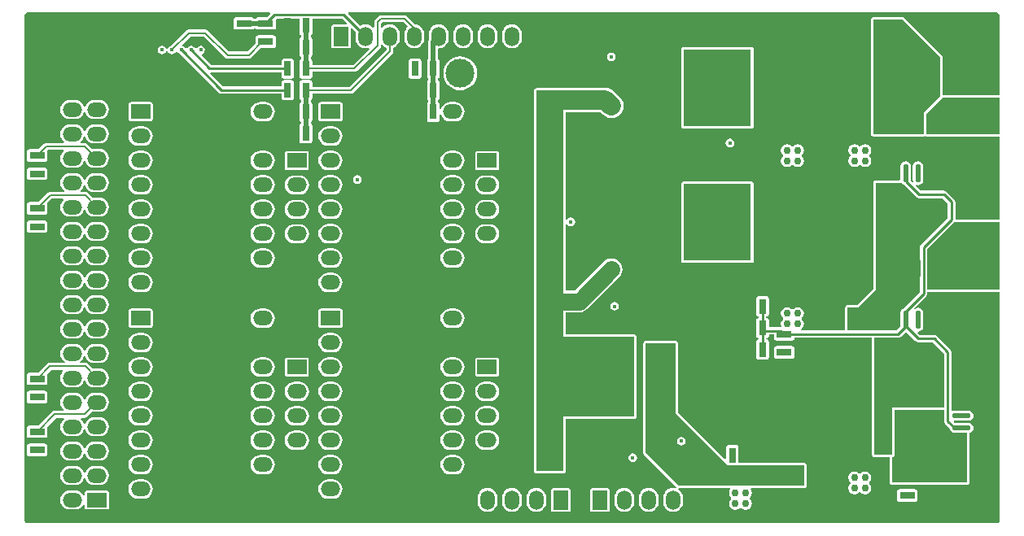
<source format=gbl>
G04 Layer_Physical_Order=4*
G04 Layer_Color=16711680*
%FSLAX44Y44*%
%MOMM*%
G71*
G01*
G75*
%ADD10R,1.6000X0.8000*%
%ADD12R,0.8000X1.6000*%
%ADD21C,0.5000*%
%ADD22C,0.2032*%
%ADD24C,1.7500*%
%ADD25C,2.0000*%
%ADD26C,3.0000*%
%ADD27C,1.5000*%
%ADD28R,2.0000X1.5000*%
%ADD29O,2.0000X1.5000*%
%ADD30R,1.5000X2.0000*%
%ADD31O,1.5000X2.0000*%
%ADD32C,0.3810*%
%ADD33C,0.7620*%
%ADD34C,2.0000*%
%ADD35O,0.5500X1.9500*%
%ADD36R,0.5500X1.9500*%
%ADD37O,1.9500X0.5500*%
%ADD38R,1.9500X0.5500*%
%ADD39R,1.5000X3.2000*%
%ADD40R,7.0000X8.0000*%
%ADD41R,3.0000X1.6000*%
%ADD42C,0.2540*%
G36*
X1265851Y657000D02*
X1189590D01*
Y677927D01*
X1205831Y694169D01*
X1206387Y695000D01*
X1265851D01*
Y657000D01*
D02*
G37*
G36*
X1208115Y358000D02*
X1208411Y356513D01*
X1209253Y355253D01*
X1214243Y350263D01*
X1214517Y348886D01*
X1215686Y347136D01*
X1217436Y345967D01*
X1219500Y345556D01*
X1232000D01*
Y294000D01*
X1154000D01*
Y320410D01*
X1154991Y320607D01*
X1155831Y321169D01*
X1156393Y322009D01*
X1156590Y323000D01*
Y369410D01*
X1208115D01*
Y358000D01*
D02*
G37*
G36*
X255000Y783351D02*
X255000Y783351D01*
X255000Y783351D01*
X506698D01*
X507183Y782177D01*
X503596Y778590D01*
X494500D01*
X493509Y778393D01*
X492669Y777831D01*
X492206Y777139D01*
X490294D01*
X489831Y777831D01*
X488991Y778393D01*
X488000Y778590D01*
X472000D01*
X471009Y778393D01*
X470169Y777831D01*
X469607Y776991D01*
X469410Y776000D01*
Y768000D01*
X469607Y767009D01*
X470169Y766169D01*
X471009Y765607D01*
X472000Y765410D01*
X488000D01*
X488991Y765607D01*
X489831Y766169D01*
X490294Y766861D01*
X492206D01*
X492669Y766169D01*
X493509Y765607D01*
X494500Y765410D01*
X510500D01*
X511491Y765607D01*
X512331Y766169D01*
X512893Y767009D01*
X513090Y768000D01*
Y776000D01*
X514163Y777115D01*
X537910D01*
Y762000D01*
X538107Y761009D01*
X538669Y760169D01*
X539361Y759706D01*
Y757794D01*
X538669Y757331D01*
X538107Y756491D01*
X537910Y755500D01*
Y739500D01*
X538107Y738509D01*
X538669Y737669D01*
X539361Y737206D01*
Y735294D01*
X538669Y734831D01*
X538107Y733991D01*
X537910Y733000D01*
Y717000D01*
X538107Y716009D01*
X538669Y715169D01*
X539509Y714607D01*
X540500Y714410D01*
X548500D01*
X549491Y714607D01*
X550331Y715169D01*
X550893Y716009D01*
X551090Y717000D01*
Y721374D01*
X595000D01*
X595000Y721374D01*
X596387Y721650D01*
X597564Y722436D01*
X621564Y746436D01*
X622350Y747613D01*
X622626Y749000D01*
X622626Y749000D01*
Y749477D01*
X623896Y749909D01*
X624639Y748939D01*
X626737Y747330D01*
X628174Y746735D01*
Y744302D01*
X589998Y706126D01*
X551090D01*
Y710500D01*
X550893Y711491D01*
X550331Y712331D01*
X549491Y712893D01*
X548500Y713090D01*
X540500D01*
X539509Y712893D01*
X538669Y712331D01*
X538107Y711491D01*
X537910Y710500D01*
Y694500D01*
X538107Y693509D01*
X538669Y692669D01*
X539361Y692206D01*
Y690294D01*
X538669Y689831D01*
X538107Y688991D01*
X537910Y688000D01*
Y672000D01*
X538107Y671009D01*
X538669Y670169D01*
X539361Y669706D01*
Y667794D01*
X538669Y667331D01*
X538107Y666491D01*
X537910Y665500D01*
Y649500D01*
X538107Y648509D01*
X538669Y647669D01*
X539509Y647107D01*
X540500Y646910D01*
X548500D01*
X549491Y647107D01*
X550331Y647669D01*
X550893Y648509D01*
X551090Y649500D01*
Y665500D01*
X550893Y666491D01*
X550331Y667331D01*
X549639Y667794D01*
Y669706D01*
X550331Y670169D01*
X550893Y671009D01*
X551090Y672000D01*
Y688000D01*
X550893Y688991D01*
X550331Y689831D01*
X549639Y690294D01*
Y692206D01*
X550331Y692669D01*
X550893Y693509D01*
X551090Y694500D01*
Y698874D01*
X591500D01*
X591500Y698874D01*
X592887Y699150D01*
X594064Y699936D01*
X634364Y740236D01*
X634364Y740236D01*
X635150Y741413D01*
X635426Y742800D01*
Y746735D01*
X636863Y747330D01*
X638961Y748939D01*
X640570Y751037D01*
X641582Y753479D01*
X641927Y756100D01*
Y761100D01*
X641582Y763721D01*
X640570Y766163D01*
X638961Y768261D01*
X636863Y769870D01*
X634421Y770882D01*
X631800Y771227D01*
X629179Y770882D01*
X626737Y769870D01*
X624639Y768261D01*
X623896Y767291D01*
X622626Y767722D01*
Y771626D01*
X624374Y773374D01*
X645498D01*
X650075Y768798D01*
X650039Y768261D01*
X648430Y766163D01*
X647418Y763721D01*
X647073Y761100D01*
Y756100D01*
X647418Y753479D01*
X648430Y751037D01*
X650039Y748939D01*
X652137Y747330D01*
X654579Y746318D01*
X657200Y745973D01*
X659821Y746318D01*
X662263Y747330D01*
X664361Y748939D01*
X665970Y751037D01*
X666982Y753479D01*
X667327Y756100D01*
Y761100D01*
X666982Y763721D01*
X665970Y766163D01*
X664361Y768261D01*
X662263Y769870D01*
X659821Y770882D01*
X658007Y771120D01*
X649564Y779564D01*
X648388Y780350D01*
X647000Y780626D01*
X647000Y780626D01*
X622873D01*
X621485Y780350D01*
X620309Y779564D01*
X620309Y779564D01*
X616436Y775691D01*
X615650Y774515D01*
X615374Y773128D01*
X615374Y773127D01*
Y767983D01*
X614104Y767552D01*
X613561Y768261D01*
X611463Y769870D01*
X609021Y770882D01*
X606400Y771227D01*
X603779Y770882D01*
X601337Y769870D01*
X600933Y769560D01*
X588316Y782177D01*
X588802Y783351D01*
X1263000Y783351D01*
X1263567Y783351D01*
X1264615Y782916D01*
X1265417Y782115D01*
X1265851Y781067D01*
X1265851Y780500D01*
Y697590D01*
X1206590D01*
Y737000D01*
X1206393Y737991D01*
X1205831Y738831D01*
X1166831Y777831D01*
X1165991Y778393D01*
X1165000Y778590D01*
X1135000D01*
X1134009Y778393D01*
X1133169Y777831D01*
X1132607Y776991D01*
X1132410Y776000D01*
Y657000D01*
X1132607Y656009D01*
X1133169Y655169D01*
X1134009Y654607D01*
X1135000Y654410D01*
X1187000Y654410D01*
X1187991Y654607D01*
X1188295Y654810D01*
X1188599Y654607D01*
X1189590Y654410D01*
X1265851D01*
Y567590D01*
X1238462D01*
X1238294Y567556D01*
X1238124Y567568D01*
X1237500Y567486D01*
X1236876Y567568D01*
X1236706Y567556D01*
X1236538Y567590D01*
X1220221D01*
X1219885Y568000D01*
Y586000D01*
X1219589Y587487D01*
X1218747Y588747D01*
X1210747Y596747D01*
X1209487Y597589D01*
X1208000Y597885D01*
X1183609D01*
X1178571Y602923D01*
X1178754Y603313D01*
X1179319Y603970D01*
X1181150Y603606D01*
X1183214Y604017D01*
X1184964Y605186D01*
X1186133Y606936D01*
X1186544Y609000D01*
Y623000D01*
X1186133Y625064D01*
X1184964Y626814D01*
X1183214Y627983D01*
X1181150Y628394D01*
X1179086Y627983D01*
X1177336Y626814D01*
X1176167Y625064D01*
X1175756Y623000D01*
Y609000D01*
X1176121Y607169D01*
X1175463Y606604D01*
X1175073Y606421D01*
X1173620Y607874D01*
X1173844Y609000D01*
Y623000D01*
X1173433Y625064D01*
X1172264Y626814D01*
X1170514Y627983D01*
X1168450Y628394D01*
X1166386Y627983D01*
X1164636Y626814D01*
X1163467Y625064D01*
X1163056Y623000D01*
Y609860D01*
X1161956Y608590D01*
X1152500D01*
X1152500Y608590D01*
X1137500D01*
X1137500Y608590D01*
X1137000D01*
X1136009Y608393D01*
X1135169Y607831D01*
X1134607Y606991D01*
X1134410Y606000D01*
X1134410Y495073D01*
X1117927Y478590D01*
X1108000D01*
X1107009Y478393D01*
X1106169Y477831D01*
X1105607Y476991D01*
X1105410Y476000D01*
Y452385D01*
X1059815D01*
X1059430Y453655D01*
X1060578Y454422D01*
X1061982Y456522D01*
X1062474Y459000D01*
X1061982Y461478D01*
X1060578Y463578D01*
X1060149Y463865D01*
Y465135D01*
X1060578Y465422D01*
X1061982Y467522D01*
X1062474Y470000D01*
X1061982Y472478D01*
X1060578Y474578D01*
X1058478Y475982D01*
X1056000Y476474D01*
X1053522Y475982D01*
X1051422Y474578D01*
X1051135Y474149D01*
X1049865D01*
X1049578Y474578D01*
X1047478Y475982D01*
X1045000Y476474D01*
X1042522Y475982D01*
X1040422Y474578D01*
X1039018Y472478D01*
X1038526Y470000D01*
X1039018Y467522D01*
X1040422Y465422D01*
X1040851Y465135D01*
Y463865D01*
X1040422Y463578D01*
X1039018Y461478D01*
X1038526Y459000D01*
X1038904Y457099D01*
X1038819Y456844D01*
X1038114Y455983D01*
X1037949Y455885D01*
X1026090D01*
Y463000D01*
X1025893Y463991D01*
X1025331Y464831D01*
X1024491Y465393D01*
X1023500Y465590D01*
X1023385D01*
Y466910D01*
X1023500D01*
X1024491Y467107D01*
X1025331Y467669D01*
X1025893Y468509D01*
X1026090Y469500D01*
Y485500D01*
X1025893Y486491D01*
X1025331Y487331D01*
X1024491Y487893D01*
X1023500Y488090D01*
X1015500D01*
X1014509Y487893D01*
X1013669Y487331D01*
X1013107Y486491D01*
X1012910Y485500D01*
Y469500D01*
X1013107Y468509D01*
X1013669Y467669D01*
X1014509Y467107D01*
X1015500Y466910D01*
X1015615D01*
Y465590D01*
X1015500D01*
X1014509Y465393D01*
X1013669Y464831D01*
X1013107Y463991D01*
X1012910Y463000D01*
Y447000D01*
X1013107Y446009D01*
X1013669Y445169D01*
X1014509Y444607D01*
X1015500Y444410D01*
X1015615D01*
Y443090D01*
X1015500D01*
X1014509Y442893D01*
X1013669Y442331D01*
X1013107Y441491D01*
X1012910Y440500D01*
Y424500D01*
X1013107Y423509D01*
X1013669Y422669D01*
X1014509Y422107D01*
X1015500Y421910D01*
X1023500D01*
X1024491Y422107D01*
X1025331Y422669D01*
X1025893Y423509D01*
X1026090Y424500D01*
Y440500D01*
X1025893Y441491D01*
X1025331Y442331D01*
X1024491Y442893D01*
X1023500Y443090D01*
X1023385D01*
Y444410D01*
X1023500D01*
X1024491Y444607D01*
X1025331Y445169D01*
X1025893Y446009D01*
X1026090Y447000D01*
Y448115D01*
X1031410D01*
Y444500D01*
X1031607Y443509D01*
X1032169Y442669D01*
X1033009Y442107D01*
X1034000Y441910D01*
X1050000D01*
X1050991Y442107D01*
X1051831Y442669D01*
X1052393Y443509D01*
X1052590Y444500D01*
Y444615D01*
X1133410D01*
X1133410Y323000D01*
X1133607Y322009D01*
X1134169Y321169D01*
X1135009Y320607D01*
X1136000Y320410D01*
X1151410D01*
Y294000D01*
X1151607Y293009D01*
X1152169Y292169D01*
X1153009Y291607D01*
X1154000Y291410D01*
X1232000D01*
X1232991Y291607D01*
X1233831Y292169D01*
X1234393Y293009D01*
X1234590Y294000D01*
Y345556D01*
X1234548Y345765D01*
X1235564Y345967D01*
X1237314Y347136D01*
X1238483Y348886D01*
X1238894Y350950D01*
X1238483Y353014D01*
X1237314Y354764D01*
X1235564Y355933D01*
X1233500Y356344D01*
X1219500D01*
X1219208Y356286D01*
X1218292Y357202D01*
X1218918Y358372D01*
X1219500Y358256D01*
X1233500D01*
X1235564Y358667D01*
X1237314Y359836D01*
X1238483Y361586D01*
X1238894Y363650D01*
X1238483Y365714D01*
X1237314Y367464D01*
X1235564Y368633D01*
X1233500Y369044D01*
X1219500D01*
X1217436Y368633D01*
X1217005Y368345D01*
X1215885Y368944D01*
Y430000D01*
X1215589Y431487D01*
X1214747Y432747D01*
X1200747Y446747D01*
X1199487Y447589D01*
X1198000Y447885D01*
X1182609D01*
X1180566Y449928D01*
X1181150Y451106D01*
X1183214Y451517D01*
X1184964Y452686D01*
X1186133Y454436D01*
X1186544Y456500D01*
Y470500D01*
X1186133Y472564D01*
X1184964Y474314D01*
X1183214Y475483D01*
X1181150Y475894D01*
X1179086Y475483D01*
X1178142Y474852D01*
X1177333Y475839D01*
X1189747Y488253D01*
X1190589Y489513D01*
X1190885Y491000D01*
Y492410D01*
X1265851D01*
Y254500D01*
X1265851Y253933D01*
X1265416Y252885D01*
X1264615Y252083D01*
X1263567Y251649D01*
X255000D01*
X254333Y251649D01*
X253102Y252160D01*
X252160Y253102D01*
X251649Y254333D01*
Y255000D01*
X251649Y780000D01*
X251649Y780000D01*
X251649Y780000D01*
X251649Y780667D01*
X252160Y781898D01*
X253102Y782840D01*
X254333Y783351D01*
X255000Y783351D01*
D02*
G37*
G36*
X1204000Y737000D02*
Y696000D01*
X1187000Y679000D01*
Y657000D01*
X1135000Y657000D01*
Y776000D01*
X1165000D01*
X1204000Y737000D01*
D02*
G37*
G36*
X1178253Y441253D02*
X1179513Y440411D01*
X1179760Y440362D01*
X1181000Y440115D01*
X1196391D01*
X1208115Y428391D01*
Y372000D01*
X1154000D01*
Y323000D01*
X1136000D01*
X1136000Y444615D01*
X1160500D01*
X1161987Y444911D01*
X1163247Y445753D01*
X1168500Y451006D01*
X1178253Y441253D01*
D02*
G37*
G36*
X1265851Y495000D02*
X1190885D01*
Y537391D01*
X1218494Y565000D01*
X1236538D01*
X1237500Y564873D01*
X1238462Y565000D01*
X1265851D01*
Y495000D01*
D02*
G37*
G36*
X1164092Y606000D02*
X1164636Y605186D01*
X1166386Y604017D01*
X1166515Y603991D01*
X1179253Y591253D01*
X1180513Y590411D01*
X1182000Y590115D01*
X1206391D01*
X1212115Y584391D01*
Y569609D01*
X1188506Y546000D01*
X1188000Y546000D01*
Y545494D01*
X1184253Y541747D01*
X1183411Y540487D01*
X1183115Y539000D01*
Y492609D01*
X1165703Y475197D01*
X1165498Y474890D01*
X1164636Y474314D01*
X1163467Y472564D01*
X1163056Y470500D01*
Y456550D01*
X1158891Y452385D01*
X1108000D01*
Y476000D01*
X1119000D01*
X1137000Y494000D01*
X1137000Y606000D01*
X1164092Y606000D01*
D02*
G37*
G36*
X587143Y772363D02*
X586657Y771190D01*
X573500D01*
X572509Y770993D01*
X571669Y770431D01*
X571107Y769591D01*
X570910Y768600D01*
Y748600D01*
X571107Y747609D01*
X571669Y746769D01*
X572509Y746207D01*
X573500Y746010D01*
X588500D01*
X589491Y746207D01*
X590331Y746769D01*
X590893Y747609D01*
X591090Y748600D01*
Y766757D01*
X592263Y767243D01*
X596521Y762985D01*
X596273Y761100D01*
Y756100D01*
X596618Y753479D01*
X597630Y751037D01*
X599239Y748939D01*
X601337Y747330D01*
X603779Y746318D01*
X606400Y745973D01*
X609021Y746318D01*
X609659Y746583D01*
X610379Y745506D01*
X593498Y728626D01*
X551090D01*
Y733000D01*
X550893Y733991D01*
X550331Y734831D01*
X549639Y735294D01*
Y737206D01*
X550331Y737669D01*
X550893Y738509D01*
X551090Y739500D01*
Y755500D01*
X550893Y756491D01*
X550331Y757331D01*
X549639Y757794D01*
Y759706D01*
X550331Y760169D01*
X550893Y761009D01*
X551090Y762000D01*
Y777115D01*
X582391D01*
X587143Y772363D01*
D02*
G37*
%LPC*%
G36*
X572500Y398927D02*
X567500D01*
X564879Y398582D01*
X562437Y397570D01*
X560339Y395961D01*
X558730Y393863D01*
X557718Y391421D01*
X557373Y388800D01*
X557718Y386179D01*
X558730Y383737D01*
X560339Y381639D01*
X562437Y380030D01*
X564879Y379018D01*
X567500Y378673D01*
X572500D01*
X575121Y379018D01*
X577563Y380030D01*
X579661Y381639D01*
X581270Y383737D01*
X582282Y386179D01*
X582627Y388800D01*
X582282Y391421D01*
X581270Y393863D01*
X579661Y395961D01*
X577563Y397570D01*
X575121Y398582D01*
X572500Y398927D01*
D02*
G37*
G36*
X502000D02*
X497000D01*
X494379Y398582D01*
X491937Y397570D01*
X489839Y395961D01*
X488230Y393863D01*
X487218Y391421D01*
X486873Y388800D01*
X487218Y386179D01*
X488230Y383737D01*
X489839Y381639D01*
X491937Y380030D01*
X494379Y379018D01*
X497000Y378673D01*
X502000D01*
X504621Y379018D01*
X507063Y380030D01*
X509161Y381639D01*
X510770Y383737D01*
X511782Y386179D01*
X512127Y388800D01*
X511782Y391421D01*
X510770Y393863D01*
X509161Y395961D01*
X507063Y397570D01*
X504621Y398582D01*
X502000Y398927D01*
D02*
G37*
G36*
X865500Y482032D02*
X863766Y481687D01*
X862295Y480705D01*
X861313Y479234D01*
X860968Y477500D01*
X861313Y475766D01*
X862295Y474295D01*
X863766Y473313D01*
X865500Y472968D01*
X867234Y473313D01*
X868705Y474295D01*
X869687Y475766D01*
X870032Y477500D01*
X869687Y479234D01*
X868705Y480705D01*
X867234Y481687D01*
X865500Y482032D01*
D02*
G37*
G36*
X329500Y387727D02*
X324500D01*
X321879Y387382D01*
X319437Y386370D01*
X317339Y384761D01*
X315730Y382663D01*
X314987Y380870D01*
X313613D01*
X312870Y382663D01*
X311261Y384761D01*
X309163Y386370D01*
X306721Y387382D01*
X304100Y387727D01*
X299100D01*
X296479Y387382D01*
X294037Y386370D01*
X291939Y384761D01*
X290330Y382663D01*
X289318Y380221D01*
X288973Y377600D01*
X289318Y374979D01*
X290330Y372537D01*
X291939Y370439D01*
X292648Y369896D01*
X292217Y368626D01*
X283000D01*
X283000Y368626D01*
X281612Y368350D01*
X280436Y367564D01*
X266462Y353590D01*
X257000D01*
X256009Y353393D01*
X255169Y352831D01*
X254607Y351991D01*
X254410Y351000D01*
Y343000D01*
X254607Y342009D01*
X255169Y341169D01*
X256009Y340607D01*
X257000Y340410D01*
X273000D01*
X273991Y340607D01*
X274831Y341169D01*
X275393Y342009D01*
X275590Y343000D01*
Y351000D01*
X275393Y351991D01*
X275283Y352155D01*
X284502Y361374D01*
X292477D01*
X292909Y360104D01*
X291939Y359361D01*
X290330Y357263D01*
X289318Y354821D01*
X288973Y352200D01*
X289318Y349579D01*
X290330Y347137D01*
X291939Y345039D01*
X294037Y343430D01*
X296479Y342418D01*
X299100Y342073D01*
X304100D01*
X306721Y342418D01*
X309163Y343430D01*
X311261Y345039D01*
X312870Y347137D01*
X313613Y348930D01*
X314987D01*
X315730Y347137D01*
X317339Y345039D01*
X319437Y343430D01*
X321879Y342418D01*
X324500Y342073D01*
X329500D01*
X332121Y342418D01*
X334563Y343430D01*
X336661Y345039D01*
X338270Y347137D01*
X339282Y349579D01*
X339627Y352200D01*
X339282Y354821D01*
X338270Y357263D01*
X336661Y359361D01*
X334563Y360970D01*
X332121Y361982D01*
X329500Y362327D01*
X324500D01*
X321879Y361982D01*
X319437Y360970D01*
X317339Y359361D01*
X315730Y357263D01*
X314987Y355470D01*
X313613D01*
X312870Y357263D01*
X311261Y359361D01*
X310291Y360104D01*
X310723Y361374D01*
X314400D01*
X314400Y361374D01*
X315788Y361650D01*
X316964Y362436D01*
X322292Y367764D01*
X324500Y367473D01*
X329500D01*
X332121Y367818D01*
X334563Y368830D01*
X336661Y370439D01*
X338270Y372537D01*
X339282Y374979D01*
X339627Y377600D01*
X339282Y380221D01*
X338270Y382663D01*
X336661Y384761D01*
X334563Y386370D01*
X332121Y387382D01*
X329500Y387727D01*
D02*
G37*
G36*
X699500Y398927D02*
X694500D01*
X691879Y398582D01*
X689437Y397570D01*
X687339Y395961D01*
X685730Y393863D01*
X684718Y391421D01*
X684373Y388800D01*
X684718Y386179D01*
X685730Y383737D01*
X687339Y381639D01*
X689437Y380030D01*
X691879Y379018D01*
X694500Y378673D01*
X699500D01*
X702121Y379018D01*
X704563Y380030D01*
X706661Y381639D01*
X708270Y383737D01*
X709282Y386179D01*
X709627Y388800D01*
X709282Y391421D01*
X708270Y393863D01*
X706661Y395961D01*
X704563Y397570D01*
X702121Y398582D01*
X699500Y398927D01*
D02*
G37*
G36*
X329500Y463927D02*
X324500D01*
X321879Y463582D01*
X319437Y462570D01*
X317339Y460961D01*
X315730Y458863D01*
X314987Y457070D01*
X313613D01*
X312870Y458863D01*
X311261Y460961D01*
X309163Y462570D01*
X306721Y463582D01*
X304100Y463927D01*
X299100D01*
X296479Y463582D01*
X294037Y462570D01*
X291939Y460961D01*
X290330Y458863D01*
X289318Y456421D01*
X288973Y453800D01*
X289318Y451179D01*
X290330Y448737D01*
X291939Y446639D01*
X294037Y445030D01*
X296479Y444018D01*
X299100Y443673D01*
X304100D01*
X306721Y444018D01*
X309163Y445030D01*
X311261Y446639D01*
X312870Y448737D01*
X313613Y450530D01*
X314987D01*
X315730Y448737D01*
X317339Y446639D01*
X319437Y445030D01*
X321879Y444018D01*
X324500Y443673D01*
X329500D01*
X332121Y444018D01*
X334563Y445030D01*
X336661Y446639D01*
X338270Y448737D01*
X339282Y451179D01*
X339627Y453800D01*
X339282Y456421D01*
X338270Y458863D01*
X336661Y460961D01*
X334563Y462570D01*
X332121Y463582D01*
X329500Y463927D01*
D02*
G37*
G36*
X699500Y373527D02*
X694500D01*
X691879Y373182D01*
X689437Y372170D01*
X687339Y370561D01*
X685730Y368463D01*
X684718Y366021D01*
X684373Y363400D01*
X684718Y360779D01*
X685730Y358337D01*
X687339Y356239D01*
X689437Y354630D01*
X691879Y353618D01*
X694500Y353273D01*
X699500D01*
X702121Y353618D01*
X704563Y354630D01*
X706661Y356239D01*
X708270Y358337D01*
X709282Y360779D01*
X709627Y363400D01*
X709282Y366021D01*
X708270Y368463D01*
X706661Y370561D01*
X704563Y372170D01*
X702121Y373182D01*
X699500Y373527D01*
D02*
G37*
G36*
X572500D02*
X567500D01*
X564879Y373182D01*
X562437Y372170D01*
X560339Y370561D01*
X558730Y368463D01*
X557718Y366021D01*
X557373Y363400D01*
X557718Y360779D01*
X558730Y358337D01*
X560339Y356239D01*
X562437Y354630D01*
X564879Y353618D01*
X567500Y353273D01*
X572500D01*
X575121Y353618D01*
X577563Y354630D01*
X579661Y356239D01*
X581270Y358337D01*
X582282Y360779D01*
X582627Y363400D01*
X582282Y366021D01*
X581270Y368463D01*
X579661Y370561D01*
X577563Y372170D01*
X575121Y373182D01*
X572500Y373527D01*
D02*
G37*
G36*
X502000D02*
X497000D01*
X494379Y373182D01*
X491937Y372170D01*
X489839Y370561D01*
X488230Y368463D01*
X487218Y366021D01*
X486873Y363400D01*
X487218Y360779D01*
X488230Y358337D01*
X489839Y356239D01*
X491937Y354630D01*
X494379Y353618D01*
X497000Y353273D01*
X502000D01*
X504621Y353618D01*
X507063Y354630D01*
X509161Y356239D01*
X510770Y358337D01*
X511782Y360779D01*
X512127Y363400D01*
X511782Y366021D01*
X510770Y368463D01*
X509161Y370561D01*
X507063Y372170D01*
X504621Y373182D01*
X502000Y373527D01*
D02*
G37*
G36*
X273000Y389590D02*
X257000D01*
X256009Y389393D01*
X255169Y388831D01*
X254607Y387991D01*
X254410Y387000D01*
Y379000D01*
X254607Y378009D01*
X255169Y377169D01*
X256009Y376607D01*
X257000Y376410D01*
X273000D01*
X273991Y376607D01*
X274831Y377169D01*
X275393Y378009D01*
X275590Y379000D01*
Y387000D01*
X275393Y387991D01*
X274831Y388831D01*
X273991Y389393D01*
X273000Y389590D01*
D02*
G37*
G36*
X375000Y398927D02*
X370000D01*
X367379Y398582D01*
X364937Y397570D01*
X362839Y395961D01*
X361230Y393863D01*
X360218Y391421D01*
X359873Y388800D01*
X360218Y386179D01*
X361230Y383737D01*
X362839Y381639D01*
X364937Y380030D01*
X367379Y379018D01*
X370000Y378673D01*
X375000D01*
X377621Y379018D01*
X380063Y380030D01*
X382161Y381639D01*
X383770Y383737D01*
X384782Y386179D01*
X385127Y388800D01*
X384782Y391421D01*
X383770Y393863D01*
X382161Y395961D01*
X380063Y397570D01*
X377621Y398582D01*
X375000Y398927D01*
D02*
G37*
G36*
X735500Y398827D02*
X730500D01*
X727879Y398482D01*
X725437Y397470D01*
X723339Y395861D01*
X721730Y393763D01*
X720718Y391321D01*
X720373Y388700D01*
X720718Y386079D01*
X721730Y383637D01*
X723339Y381539D01*
X725437Y379930D01*
X727879Y378918D01*
X730500Y378573D01*
X735500D01*
X738121Y378918D01*
X740563Y379930D01*
X742661Y381539D01*
X744270Y383637D01*
X745282Y386079D01*
X745627Y388700D01*
X745282Y391321D01*
X744270Y393763D01*
X742661Y395861D01*
X740563Y397470D01*
X738121Y398482D01*
X735500Y398827D01*
D02*
G37*
G36*
X537500D02*
X532500D01*
X529879Y398482D01*
X527437Y397470D01*
X525339Y395861D01*
X523730Y393763D01*
X522718Y391321D01*
X522373Y388700D01*
X522718Y386079D01*
X523730Y383637D01*
X525339Y381539D01*
X527437Y379930D01*
X529879Y378918D01*
X532500Y378573D01*
X537500D01*
X540121Y378918D01*
X542563Y379930D01*
X544661Y381539D01*
X546270Y383637D01*
X547282Y386079D01*
X547627Y388700D01*
X547282Y391321D01*
X546270Y393763D01*
X544661Y395861D01*
X542563Y397470D01*
X540121Y398482D01*
X537500Y398827D01*
D02*
G37*
G36*
X580000Y475090D02*
X560000D01*
X559009Y474893D01*
X558169Y474331D01*
X557607Y473491D01*
X557410Y472500D01*
Y457500D01*
X557607Y456509D01*
X558169Y455669D01*
X559009Y455107D01*
X560000Y454910D01*
X580000D01*
X580991Y455107D01*
X581831Y455669D01*
X582393Y456509D01*
X582590Y457500D01*
Y472500D01*
X582393Y473491D01*
X581831Y474331D01*
X580991Y474893D01*
X580000Y475090D01*
D02*
G37*
G36*
X375000Y449727D02*
X370000D01*
X367379Y449382D01*
X364937Y448370D01*
X362839Y446761D01*
X361230Y444663D01*
X360218Y442221D01*
X359873Y439600D01*
X360218Y436979D01*
X361230Y434537D01*
X362839Y432439D01*
X364937Y430830D01*
X367379Y429818D01*
X370000Y429473D01*
X375000D01*
X377621Y429818D01*
X380063Y430830D01*
X382161Y432439D01*
X383770Y434537D01*
X384782Y436979D01*
X385127Y439600D01*
X384782Y442221D01*
X383770Y444663D01*
X382161Y446761D01*
X380063Y448370D01*
X377621Y449382D01*
X375000Y449727D01*
D02*
G37*
G36*
X1050000Y436090D02*
X1034000D01*
X1033009Y435893D01*
X1032169Y435331D01*
X1031607Y434491D01*
X1031410Y433500D01*
Y425500D01*
X1031607Y424509D01*
X1032169Y423669D01*
X1033009Y423107D01*
X1034000Y422910D01*
X1050000D01*
X1050991Y423107D01*
X1051831Y423669D01*
X1052393Y424509D01*
X1052590Y425500D01*
Y433500D01*
X1052393Y434491D01*
X1051831Y435331D01*
X1050991Y435893D01*
X1050000Y436090D01*
D02*
G37*
G36*
X699500Y424327D02*
X694500D01*
X691879Y423982D01*
X689437Y422970D01*
X687339Y421361D01*
X685730Y419263D01*
X684718Y416821D01*
X684373Y414200D01*
X684718Y411579D01*
X685730Y409137D01*
X687339Y407039D01*
X689437Y405430D01*
X691879Y404418D01*
X694500Y404073D01*
X699500D01*
X702121Y404418D01*
X704563Y405430D01*
X706661Y407039D01*
X708270Y409137D01*
X709282Y411579D01*
X709627Y414200D01*
X709282Y416821D01*
X708270Y419263D01*
X706661Y421361D01*
X704563Y422970D01*
X702121Y423982D01*
X699500Y424327D01*
D02*
G37*
G36*
X329500Y438527D02*
X324500D01*
X321879Y438182D01*
X319437Y437170D01*
X317339Y435561D01*
X315730Y433463D01*
X314987Y431670D01*
X313613D01*
X312870Y433463D01*
X311261Y435561D01*
X309163Y437170D01*
X306721Y438182D01*
X304100Y438527D01*
X299100D01*
X296479Y438182D01*
X294037Y437170D01*
X291939Y435561D01*
X290330Y433463D01*
X289318Y431021D01*
X288973Y428400D01*
X289318Y425779D01*
X290330Y423337D01*
X291939Y421239D01*
X293690Y419896D01*
X293259Y418626D01*
X278000D01*
X278000Y418626D01*
X276613Y418350D01*
X275436Y417564D01*
X266462Y408590D01*
X257000D01*
X256009Y408393D01*
X255169Y407831D01*
X254607Y406991D01*
X254410Y406000D01*
Y398000D01*
X254607Y397009D01*
X255169Y396169D01*
X256009Y395607D01*
X257000Y395410D01*
X273000D01*
X273991Y395607D01*
X274831Y396169D01*
X275393Y397009D01*
X275590Y398000D01*
Y406000D01*
X275393Y406991D01*
X275283Y407155D01*
X279502Y411374D01*
X291546D01*
X291826Y410549D01*
X291896Y410104D01*
X290330Y408063D01*
X289318Y405621D01*
X288973Y403000D01*
X289318Y400379D01*
X290330Y397937D01*
X291939Y395839D01*
X294037Y394230D01*
X296479Y393218D01*
X299100Y392873D01*
X304100D01*
X306721Y393218D01*
X309163Y394230D01*
X311261Y395839D01*
X312870Y397937D01*
X313613Y399730D01*
X314987D01*
X315730Y397937D01*
X317339Y395839D01*
X319437Y394230D01*
X321879Y393218D01*
X324500Y392873D01*
X329500D01*
X332121Y393218D01*
X334563Y394230D01*
X336661Y395839D01*
X338270Y397937D01*
X339282Y400379D01*
X339627Y403000D01*
X339282Y405621D01*
X338270Y408063D01*
X336661Y410161D01*
X334563Y411770D01*
X332121Y412782D01*
X329500Y413127D01*
X324500D01*
X322292Y412836D01*
X317564Y417564D01*
X316388Y418350D01*
X315000Y418626D01*
X315000Y418626D01*
X309941D01*
X309510Y419896D01*
X311261Y421239D01*
X312870Y423337D01*
X313613Y425130D01*
X314987D01*
X315730Y423337D01*
X317339Y421239D01*
X319437Y419630D01*
X321879Y418618D01*
X324500Y418273D01*
X329500D01*
X332121Y418618D01*
X334563Y419630D01*
X336661Y421239D01*
X338270Y423337D01*
X339282Y425779D01*
X339627Y428400D01*
X339282Y431021D01*
X338270Y433463D01*
X336661Y435561D01*
X334563Y437170D01*
X332121Y438182D01*
X329500Y438527D01*
D02*
G37*
G36*
X502000Y475127D02*
X497000D01*
X494379Y474782D01*
X491937Y473770D01*
X489839Y472161D01*
X488230Y470063D01*
X487218Y467621D01*
X486873Y465000D01*
X487218Y462379D01*
X488230Y459937D01*
X489839Y457839D01*
X491937Y456230D01*
X494379Y455218D01*
X497000Y454873D01*
X502000D01*
X504621Y455218D01*
X507063Y456230D01*
X509161Y457839D01*
X510770Y459937D01*
X511782Y462379D01*
X512127Y465000D01*
X511782Y467621D01*
X510770Y470063D01*
X509161Y472161D01*
X507063Y473770D01*
X504621Y474782D01*
X502000Y475127D01*
D02*
G37*
G36*
X572500Y449727D02*
X567500D01*
X564879Y449382D01*
X562437Y448370D01*
X560339Y446761D01*
X558730Y444663D01*
X557718Y442221D01*
X557373Y439600D01*
X557718Y436979D01*
X558730Y434537D01*
X560339Y432439D01*
X562437Y430830D01*
X564879Y429818D01*
X567500Y429473D01*
X572500D01*
X575121Y429818D01*
X577563Y430830D01*
X579661Y432439D01*
X581270Y434537D01*
X582282Y436979D01*
X582627Y439600D01*
X582282Y442221D01*
X581270Y444663D01*
X579661Y446761D01*
X577563Y448370D01*
X575121Y449382D01*
X572500Y449727D01*
D02*
G37*
G36*
Y424327D02*
X567500D01*
X564879Y423982D01*
X562437Y422970D01*
X560339Y421361D01*
X558730Y419263D01*
X557718Y416821D01*
X557373Y414200D01*
X557718Y411579D01*
X558730Y409137D01*
X560339Y407039D01*
X562437Y405430D01*
X564879Y404418D01*
X567500Y404073D01*
X572500D01*
X575121Y404418D01*
X577563Y405430D01*
X579661Y407039D01*
X581270Y409137D01*
X582282Y411579D01*
X582627Y414200D01*
X582282Y416821D01*
X581270Y419263D01*
X579661Y421361D01*
X577563Y422970D01*
X575121Y423982D01*
X572500Y424327D01*
D02*
G37*
G36*
X382500Y475090D02*
X362500D01*
X361509Y474893D01*
X360669Y474331D01*
X360107Y473491D01*
X359910Y472500D01*
Y457500D01*
X360107Y456509D01*
X360669Y455669D01*
X361509Y455107D01*
X362500Y454910D01*
X382500D01*
X383491Y455107D01*
X384331Y455669D01*
X384893Y456509D01*
X385090Y457500D01*
Y472500D01*
X384893Y473491D01*
X384331Y474331D01*
X383491Y474893D01*
X382500Y475090D01*
D02*
G37*
G36*
X743000Y424190D02*
X723000D01*
X722009Y423993D01*
X721169Y423431D01*
X720607Y422591D01*
X720410Y421600D01*
Y406600D01*
X720607Y405609D01*
X721169Y404769D01*
X722009Y404207D01*
X723000Y404010D01*
X743000D01*
X743991Y404207D01*
X744831Y404769D01*
X745393Y405609D01*
X745590Y406600D01*
Y421600D01*
X745393Y422591D01*
X744831Y423431D01*
X743991Y423993D01*
X743000Y424190D01*
D02*
G37*
G36*
X545000D02*
X525000D01*
X524009Y423993D01*
X523169Y423431D01*
X522607Y422591D01*
X522410Y421600D01*
Y406600D01*
X522607Y405609D01*
X523169Y404769D01*
X524009Y404207D01*
X525000Y404010D01*
X545000D01*
X545991Y404207D01*
X546831Y404769D01*
X547393Y405609D01*
X547590Y406600D01*
Y421600D01*
X547393Y422591D01*
X546831Y423431D01*
X545991Y423993D01*
X545000Y424190D01*
D02*
G37*
G36*
X502000Y424327D02*
X497000D01*
X494379Y423982D01*
X491937Y422970D01*
X489839Y421361D01*
X488230Y419263D01*
X487218Y416821D01*
X486873Y414200D01*
X487218Y411579D01*
X488230Y409137D01*
X489839Y407039D01*
X491937Y405430D01*
X494379Y404418D01*
X497000Y404073D01*
X502000D01*
X504621Y404418D01*
X507063Y405430D01*
X509161Y407039D01*
X510770Y409137D01*
X511782Y411579D01*
X512127Y414200D01*
X511782Y416821D01*
X510770Y419263D01*
X509161Y421361D01*
X507063Y422970D01*
X504621Y423982D01*
X502000Y424327D01*
D02*
G37*
G36*
X375000D02*
X370000D01*
X367379Y423982D01*
X364937Y422970D01*
X362839Y421361D01*
X361230Y419263D01*
X360218Y416821D01*
X359873Y414200D01*
X360218Y411579D01*
X361230Y409137D01*
X362839Y407039D01*
X364937Y405430D01*
X367379Y404418D01*
X370000Y404073D01*
X375000D01*
X377621Y404418D01*
X380063Y405430D01*
X382161Y407039D01*
X383770Y409137D01*
X384782Y411579D01*
X385127Y414200D01*
X384782Y416821D01*
X383770Y419263D01*
X382161Y421361D01*
X380063Y422970D01*
X377621Y423982D01*
X375000Y424327D01*
D02*
G37*
G36*
X699500Y475127D02*
X694500D01*
X691879Y474782D01*
X689437Y473770D01*
X687339Y472161D01*
X685730Y470063D01*
X684718Y467621D01*
X684373Y465000D01*
X684718Y462379D01*
X685730Y459937D01*
X687339Y457839D01*
X689437Y456230D01*
X691879Y455218D01*
X694500Y454873D01*
X699500D01*
X702121Y455218D01*
X704563Y456230D01*
X706661Y457839D01*
X708270Y459937D01*
X709282Y462379D01*
X709627Y465000D01*
X709282Y467621D01*
X708270Y470063D01*
X706661Y472161D01*
X704563Y473770D01*
X702121Y474782D01*
X699500Y475127D01*
D02*
G37*
G36*
X375000Y373527D02*
X370000D01*
X367379Y373182D01*
X364937Y372170D01*
X362839Y370561D01*
X361230Y368463D01*
X360218Y366021D01*
X359873Y363400D01*
X360218Y360779D01*
X361230Y358337D01*
X362839Y356239D01*
X364937Y354630D01*
X367379Y353618D01*
X370000Y353273D01*
X375000D01*
X377621Y353618D01*
X380063Y354630D01*
X382161Y356239D01*
X383770Y358337D01*
X384782Y360779D01*
X385127Y363400D01*
X384782Y366021D01*
X383770Y368463D01*
X382161Y370561D01*
X380063Y372170D01*
X377621Y373182D01*
X375000Y373527D01*
D02*
G37*
G36*
Y297327D02*
X370000D01*
X367379Y296982D01*
X364937Y295970D01*
X362839Y294361D01*
X361230Y292263D01*
X360218Y289821D01*
X359873Y287200D01*
X360218Y284579D01*
X361230Y282137D01*
X362839Y280039D01*
X364937Y278430D01*
X367379Y277418D01*
X370000Y277073D01*
X375000D01*
X377621Y277418D01*
X380063Y278430D01*
X382161Y280039D01*
X383770Y282137D01*
X384782Y284579D01*
X385127Y287200D01*
X384782Y289821D01*
X383770Y292263D01*
X382161Y294361D01*
X380063Y295970D01*
X377621Y296982D01*
X375000Y297327D01*
D02*
G37*
G36*
X1178000Y287090D02*
X1162000D01*
X1161009Y286893D01*
X1160169Y286331D01*
X1159607Y285491D01*
X1159410Y284500D01*
Y276500D01*
X1159607Y275509D01*
X1160169Y274669D01*
X1161009Y274107D01*
X1162000Y273910D01*
X1178000D01*
X1178991Y274107D01*
X1179831Y274669D01*
X1180393Y275509D01*
X1180590Y276500D01*
Y284500D01*
X1180393Y285491D01*
X1179831Y286331D01*
X1178991Y286893D01*
X1178000Y287090D01*
D02*
G37*
G36*
X304100Y286127D02*
X299100D01*
X296479Y285782D01*
X294037Y284770D01*
X291939Y283161D01*
X290330Y281063D01*
X289318Y278621D01*
X288973Y276000D01*
X289318Y273379D01*
X290330Y270937D01*
X291939Y268839D01*
X294037Y267230D01*
X296479Y266218D01*
X299100Y265873D01*
X304100D01*
X306721Y266218D01*
X309163Y267230D01*
X311261Y268839D01*
X312870Y270937D01*
X313140Y271589D01*
X314410Y271337D01*
Y268500D01*
X314607Y267509D01*
X315169Y266669D01*
X316009Y266107D01*
X317000Y265910D01*
X337000D01*
X337991Y266107D01*
X338831Y266669D01*
X339393Y267509D01*
X339590Y268500D01*
Y283500D01*
X339393Y284491D01*
X338831Y285331D01*
X337991Y285893D01*
X337000Y286090D01*
X317000D01*
X316009Y285893D01*
X315169Y285331D01*
X314607Y284491D01*
X314410Y283500D01*
Y280663D01*
X313140Y280411D01*
X312870Y281063D01*
X311261Y283161D01*
X309163Y284770D01*
X306721Y285782D01*
X304100Y286127D01*
D02*
G37*
G36*
X572500Y297327D02*
X567500D01*
X564879Y296982D01*
X562437Y295970D01*
X560339Y294361D01*
X558730Y292263D01*
X557718Y289821D01*
X557373Y287200D01*
X557718Y284579D01*
X558730Y282137D01*
X560339Y280039D01*
X562437Y278430D01*
X564879Y277418D01*
X567500Y277073D01*
X572500D01*
X575121Y277418D01*
X577563Y278430D01*
X579661Y280039D01*
X581270Y282137D01*
X582282Y284579D01*
X582627Y287200D01*
X582282Y289821D01*
X581270Y292263D01*
X579661Y294361D01*
X577563Y295970D01*
X575121Y296982D01*
X572500Y297327D01*
D02*
G37*
G36*
X502000Y322727D02*
X497000D01*
X494379Y322382D01*
X491937Y321370D01*
X489839Y319761D01*
X488230Y317663D01*
X487218Y315221D01*
X486873Y312600D01*
X487218Y309979D01*
X488230Y307537D01*
X489839Y305439D01*
X491937Y303830D01*
X494379Y302818D01*
X497000Y302473D01*
X502000D01*
X504621Y302818D01*
X507063Y303830D01*
X509161Y305439D01*
X510770Y307537D01*
X511782Y309979D01*
X512127Y312600D01*
X511782Y315221D01*
X510770Y317663D01*
X509161Y319761D01*
X507063Y321370D01*
X504621Y322382D01*
X502000Y322727D01*
D02*
G37*
G36*
X375000D02*
X370000D01*
X367379Y322382D01*
X364937Y321370D01*
X362839Y319761D01*
X361230Y317663D01*
X360218Y315221D01*
X359873Y312600D01*
X360218Y309979D01*
X361230Y307537D01*
X362839Y305439D01*
X364937Y303830D01*
X367379Y302818D01*
X370000Y302473D01*
X375000D01*
X377621Y302818D01*
X380063Y303830D01*
X382161Y305439D01*
X383770Y307537D01*
X384782Y309979D01*
X385127Y312600D01*
X384782Y315221D01*
X383770Y317663D01*
X382161Y319761D01*
X380063Y321370D01*
X377621Y322382D01*
X375000Y322727D01*
D02*
G37*
G36*
X929000Y441590D02*
X898000D01*
X897009Y441393D01*
X896169Y440831D01*
X895607Y439991D01*
X895410Y439000D01*
X895410Y325000D01*
X895607Y324009D01*
X896169Y323169D01*
X930169Y289169D01*
X929461Y288116D01*
X929061Y288282D01*
X926440Y288627D01*
X923819Y288282D01*
X921377Y287270D01*
X919279Y285661D01*
X917670Y283563D01*
X916658Y281121D01*
X916313Y278500D01*
Y273500D01*
X916658Y270879D01*
X917670Y268437D01*
X919279Y266339D01*
X921377Y264730D01*
X923819Y263718D01*
X926440Y263373D01*
X929061Y263718D01*
X931503Y264730D01*
X933601Y266339D01*
X935210Y268437D01*
X936222Y270879D01*
X936567Y273500D01*
Y278500D01*
X936222Y281121D01*
X935210Y283563D01*
X933601Y285661D01*
X931503Y287270D01*
X932000Y288410D01*
X985555D01*
X986129Y287140D01*
X985018Y285478D01*
X984526Y283000D01*
X985018Y280522D01*
X986422Y278422D01*
X986851Y278135D01*
Y276865D01*
X986422Y276578D01*
X985018Y274478D01*
X984526Y272000D01*
X985018Y269522D01*
X986422Y267422D01*
X988522Y266018D01*
X991000Y265526D01*
X993478Y266018D01*
X995578Y267422D01*
X995865Y267851D01*
X997135D01*
X997422Y267422D01*
X999522Y266018D01*
X1002000Y265526D01*
X1004478Y266018D01*
X1006578Y267422D01*
X1007982Y269522D01*
X1008474Y272000D01*
X1007982Y274478D01*
X1006578Y276578D01*
X1006149Y276865D01*
Y278135D01*
X1006578Y278422D01*
X1007982Y280522D01*
X1008474Y283000D01*
X1007982Y285478D01*
X1006871Y287140D01*
X1007445Y288410D01*
X1063000D01*
X1063991Y288607D01*
X1064831Y289169D01*
X1065393Y290009D01*
X1065590Y291000D01*
X1065590Y312000D01*
X1065393Y312991D01*
X1064831Y313831D01*
X1063991Y314393D01*
X1063000Y314590D01*
X1011451Y314590D01*
X1011201Y314540D01*
X1010946D01*
X1010745Y314500D01*
X1003255D01*
X1003054Y314540D01*
X1002799D01*
X1002549Y314590D01*
X994590Y314590D01*
Y330500D01*
X994393Y331491D01*
X993831Y332331D01*
X992991Y332893D01*
X992000Y333090D01*
X984000D01*
X983009Y332893D01*
X982169Y332331D01*
X981607Y331491D01*
X981410Y330500D01*
Y318911D01*
X980237Y318426D01*
X931590Y367073D01*
X931590Y439000D01*
X931393Y439991D01*
X930831Y440831D01*
X929991Y441393D01*
X929000Y441590D01*
D02*
G37*
G36*
X784200Y288627D02*
X781579Y288282D01*
X779137Y287270D01*
X777039Y285661D01*
X775430Y283563D01*
X774418Y281121D01*
X774073Y278500D01*
Y273500D01*
X774418Y270879D01*
X775430Y268437D01*
X777039Y266339D01*
X779137Y264730D01*
X781579Y263718D01*
X784200Y263373D01*
X786821Y263718D01*
X789263Y264730D01*
X791361Y266339D01*
X792970Y268437D01*
X793982Y270879D01*
X794327Y273500D01*
Y278500D01*
X793982Y281121D01*
X792970Y283563D01*
X791361Y285661D01*
X789263Y287270D01*
X786821Y288282D01*
X784200Y288627D01*
D02*
G37*
G36*
X758800D02*
X756179Y288282D01*
X753737Y287270D01*
X751639Y285661D01*
X750030Y283563D01*
X749018Y281121D01*
X748673Y278500D01*
Y273500D01*
X749018Y270879D01*
X750030Y268437D01*
X751639Y266339D01*
X753737Y264730D01*
X756179Y263718D01*
X758800Y263373D01*
X761421Y263718D01*
X763863Y264730D01*
X765961Y266339D01*
X767570Y268437D01*
X768582Y270879D01*
X768927Y273500D01*
Y278500D01*
X768582Y281121D01*
X767570Y283563D01*
X765961Y285661D01*
X763863Y287270D01*
X761421Y288282D01*
X758800Y288627D01*
D02*
G37*
G36*
X733400D02*
X730779Y288282D01*
X728337Y287270D01*
X726239Y285661D01*
X724630Y283563D01*
X723618Y281121D01*
X723273Y278500D01*
Y273500D01*
X723618Y270879D01*
X724630Y268437D01*
X726239Y266339D01*
X728337Y264730D01*
X730779Y263718D01*
X733400Y263373D01*
X736021Y263718D01*
X738463Y264730D01*
X740561Y266339D01*
X742170Y268437D01*
X743182Y270879D01*
X743527Y273500D01*
Y278500D01*
X743182Y281121D01*
X742170Y283563D01*
X740561Y285661D01*
X738463Y287270D01*
X736021Y288282D01*
X733400Y288627D01*
D02*
G37*
G36*
X875640D02*
X873019Y288282D01*
X870577Y287270D01*
X868479Y285661D01*
X866870Y283563D01*
X865858Y281121D01*
X865513Y278500D01*
Y273500D01*
X865858Y270879D01*
X866870Y268437D01*
X868479Y266339D01*
X870577Y264730D01*
X873019Y263718D01*
X875640Y263373D01*
X878261Y263718D01*
X880703Y264730D01*
X882801Y266339D01*
X884410Y268437D01*
X885422Y270879D01*
X885767Y273500D01*
Y278500D01*
X885422Y281121D01*
X884410Y283563D01*
X882801Y285661D01*
X880703Y287270D01*
X878261Y288282D01*
X875640Y288627D01*
D02*
G37*
G36*
X857740Y288590D02*
X842740D01*
X841749Y288393D01*
X840909Y287831D01*
X840347Y286991D01*
X840150Y286000D01*
Y266000D01*
X840347Y265009D01*
X840909Y264169D01*
X841749Y263607D01*
X842740Y263410D01*
X857740D01*
X858731Y263607D01*
X859571Y264169D01*
X860133Y265009D01*
X860330Y266000D01*
Y286000D01*
X860133Y286991D01*
X859571Y287831D01*
X858731Y288393D01*
X857740Y288590D01*
D02*
G37*
G36*
X817100D02*
X802100D01*
X801109Y288393D01*
X800269Y287831D01*
X799707Y286991D01*
X799510Y286000D01*
Y266000D01*
X799707Y265009D01*
X800269Y264169D01*
X801109Y263607D01*
X802100Y263410D01*
X817100D01*
X818091Y263607D01*
X818931Y264169D01*
X819493Y265009D01*
X819690Y266000D01*
Y286000D01*
X819493Y286991D01*
X818931Y287831D01*
X818091Y288393D01*
X817100Y288590D01*
D02*
G37*
G36*
X901040Y288627D02*
X898419Y288282D01*
X895977Y287270D01*
X893879Y285661D01*
X892270Y283563D01*
X891258Y281121D01*
X890913Y278500D01*
Y273500D01*
X891258Y270879D01*
X892270Y268437D01*
X893879Y266339D01*
X895977Y264730D01*
X898419Y263718D01*
X901040Y263373D01*
X903661Y263718D01*
X906103Y264730D01*
X908201Y266339D01*
X909810Y268437D01*
X910822Y270879D01*
X911167Y273500D01*
Y278500D01*
X910822Y281121D01*
X909810Y283563D01*
X908201Y285661D01*
X906103Y287270D01*
X903661Y288282D01*
X901040Y288627D01*
D02*
G37*
G36*
X572500Y322727D02*
X567500D01*
X564879Y322382D01*
X562437Y321370D01*
X560339Y319761D01*
X558730Y317663D01*
X557718Y315221D01*
X557373Y312600D01*
X557718Y309979D01*
X558730Y307537D01*
X560339Y305439D01*
X562437Y303830D01*
X564879Y302818D01*
X567500Y302473D01*
X572500D01*
X575121Y302818D01*
X577563Y303830D01*
X579661Y305439D01*
X581270Y307537D01*
X582282Y309979D01*
X582627Y312600D01*
X582282Y315221D01*
X581270Y317663D01*
X579661Y319761D01*
X577563Y321370D01*
X575121Y322382D01*
X572500Y322727D01*
D02*
G37*
G36*
Y348127D02*
X567500D01*
X564879Y347782D01*
X562437Y346770D01*
X560339Y345161D01*
X558730Y343063D01*
X557718Y340621D01*
X557373Y338000D01*
X557718Y335379D01*
X558730Y332937D01*
X560339Y330839D01*
X562437Y329230D01*
X564879Y328218D01*
X567500Y327873D01*
X572500D01*
X575121Y328218D01*
X577563Y329230D01*
X579661Y330839D01*
X581270Y332937D01*
X582282Y335379D01*
X582627Y338000D01*
X582282Y340621D01*
X581270Y343063D01*
X579661Y345161D01*
X577563Y346770D01*
X575121Y347782D01*
X572500Y348127D01*
D02*
G37*
G36*
X502000D02*
X497000D01*
X494379Y347782D01*
X491937Y346770D01*
X489839Y345161D01*
X488230Y343063D01*
X487218Y340621D01*
X486873Y338000D01*
X487218Y335379D01*
X488230Y332937D01*
X489839Y330839D01*
X491937Y329230D01*
X494379Y328218D01*
X497000Y327873D01*
X502000D01*
X504621Y328218D01*
X507063Y329230D01*
X509161Y330839D01*
X510770Y332937D01*
X511782Y335379D01*
X512127Y338000D01*
X511782Y340621D01*
X510770Y343063D01*
X509161Y345161D01*
X507063Y346770D01*
X504621Y347782D01*
X502000Y348127D01*
D02*
G37*
G36*
X375000D02*
X370000D01*
X367379Y347782D01*
X364937Y346770D01*
X362839Y345161D01*
X361230Y343063D01*
X360218Y340621D01*
X359873Y338000D01*
X360218Y335379D01*
X361230Y332937D01*
X362839Y330839D01*
X364937Y329230D01*
X367379Y328218D01*
X370000Y327873D01*
X375000D01*
X377621Y328218D01*
X380063Y329230D01*
X382161Y330839D01*
X383770Y332937D01*
X384782Y335379D01*
X385127Y338000D01*
X384782Y340621D01*
X383770Y343063D01*
X382161Y345161D01*
X380063Y346770D01*
X377621Y347782D01*
X375000Y348127D01*
D02*
G37*
G36*
X699500D02*
X694500D01*
X691879Y347782D01*
X689437Y346770D01*
X687339Y345161D01*
X685730Y343063D01*
X684718Y340621D01*
X684373Y338000D01*
X684718Y335379D01*
X685730Y332937D01*
X687339Y330839D01*
X689437Y329230D01*
X691879Y328218D01*
X694500Y327873D01*
X699500D01*
X702121Y328218D01*
X704563Y329230D01*
X706661Y330839D01*
X708270Y332937D01*
X709282Y335379D01*
X709627Y338000D01*
X709282Y340621D01*
X708270Y343063D01*
X706661Y345161D01*
X704563Y346770D01*
X702121Y347782D01*
X699500Y348127D01*
D02*
G37*
G36*
X735500Y373427D02*
X730500D01*
X727879Y373082D01*
X725437Y372070D01*
X723339Y370461D01*
X721730Y368363D01*
X720718Y365921D01*
X720373Y363300D01*
X720718Y360679D01*
X721730Y358237D01*
X723339Y356139D01*
X725437Y354530D01*
X727879Y353518D01*
X730500Y353173D01*
X735500D01*
X738121Y353518D01*
X740563Y354530D01*
X742661Y356139D01*
X744270Y358237D01*
X745282Y360679D01*
X745627Y363300D01*
X745282Y365921D01*
X744270Y368363D01*
X742661Y370461D01*
X740563Y372070D01*
X738121Y373082D01*
X735500Y373427D01*
D02*
G37*
G36*
X537500D02*
X532500D01*
X529879Y373082D01*
X527437Y372070D01*
X525339Y370461D01*
X523730Y368363D01*
X522718Y365921D01*
X522373Y363300D01*
X522718Y360679D01*
X523730Y358237D01*
X525339Y356139D01*
X527437Y354530D01*
X529879Y353518D01*
X532500Y353173D01*
X537500D01*
X540121Y353518D01*
X542563Y354530D01*
X544661Y356139D01*
X546270Y358237D01*
X547282Y360679D01*
X547627Y363300D01*
X547282Y365921D01*
X546270Y368363D01*
X544661Y370461D01*
X542563Y372070D01*
X540121Y373082D01*
X537500Y373427D01*
D02*
G37*
G36*
X329500Y336927D02*
X324500D01*
X321879Y336582D01*
X319437Y335570D01*
X317339Y333961D01*
X315730Y331863D01*
X314987Y330070D01*
X313613D01*
X312870Y331863D01*
X311261Y333961D01*
X309163Y335570D01*
X306721Y336582D01*
X304100Y336927D01*
X299100D01*
X296479Y336582D01*
X294037Y335570D01*
X291939Y333961D01*
X290330Y331863D01*
X289318Y329421D01*
X288973Y326800D01*
X289318Y324179D01*
X290330Y321737D01*
X291939Y319639D01*
X294037Y318030D01*
X296479Y317018D01*
X299100Y316673D01*
X304100D01*
X306721Y317018D01*
X309163Y318030D01*
X311261Y319639D01*
X312870Y321737D01*
X313613Y323530D01*
X314987D01*
X315730Y321737D01*
X317339Y319639D01*
X319437Y318030D01*
X321879Y317018D01*
X324500Y316673D01*
X329500D01*
X332121Y317018D01*
X334563Y318030D01*
X336661Y319639D01*
X338270Y321737D01*
X339282Y324179D01*
X339627Y326800D01*
X339282Y329421D01*
X338270Y331863D01*
X336661Y333961D01*
X334563Y335570D01*
X332121Y336582D01*
X329500Y336927D01*
D02*
G37*
G36*
Y311527D02*
X324500D01*
X321879Y311182D01*
X319437Y310170D01*
X317339Y308561D01*
X315730Y306463D01*
X314987Y304670D01*
X313613D01*
X312870Y306463D01*
X311261Y308561D01*
X309163Y310170D01*
X306721Y311182D01*
X304100Y311527D01*
X299100D01*
X296479Y311182D01*
X294037Y310170D01*
X291939Y308561D01*
X290330Y306463D01*
X289318Y304021D01*
X288973Y301400D01*
X289318Y298779D01*
X290330Y296337D01*
X291939Y294239D01*
X294037Y292630D01*
X296479Y291618D01*
X299100Y291273D01*
X304100D01*
X306721Y291618D01*
X309163Y292630D01*
X311261Y294239D01*
X312870Y296337D01*
X313613Y298130D01*
X314987D01*
X315730Y296337D01*
X317339Y294239D01*
X319437Y292630D01*
X321879Y291618D01*
X324500Y291273D01*
X329500D01*
X332121Y291618D01*
X334563Y292630D01*
X336661Y294239D01*
X338270Y296337D01*
X339282Y298779D01*
X339627Y301400D01*
X339282Y304021D01*
X338270Y306463D01*
X336661Y308561D01*
X334563Y310170D01*
X332121Y311182D01*
X329500Y311527D01*
D02*
G37*
G36*
X1126000Y305474D02*
X1123522Y304982D01*
X1121422Y303578D01*
X1121135Y303149D01*
X1119865D01*
X1119578Y303578D01*
X1117478Y304982D01*
X1115000Y305474D01*
X1112522Y304982D01*
X1110422Y303578D01*
X1109018Y301478D01*
X1108526Y299000D01*
X1109018Y296522D01*
X1110422Y294422D01*
X1110851Y294135D01*
Y292865D01*
X1110422Y292578D01*
X1109018Y290478D01*
X1108526Y288000D01*
X1109018Y285522D01*
X1110422Y283422D01*
X1112522Y282018D01*
X1115000Y281526D01*
X1117478Y282018D01*
X1119578Y283422D01*
X1119865Y283851D01*
X1121135D01*
X1121422Y283422D01*
X1123522Y282018D01*
X1126000Y281526D01*
X1128478Y282018D01*
X1130578Y283422D01*
X1131982Y285522D01*
X1132474Y288000D01*
X1131982Y290478D01*
X1130578Y292578D01*
X1130149Y292865D01*
Y294135D01*
X1130578Y294422D01*
X1131982Y296522D01*
X1132474Y299000D01*
X1131982Y301478D01*
X1130578Y303578D01*
X1128478Y304982D01*
X1126000Y305474D01*
D02*
G37*
G36*
X699500Y322727D02*
X694500D01*
X691879Y322382D01*
X689437Y321370D01*
X687339Y319761D01*
X685730Y317663D01*
X684718Y315221D01*
X684373Y312600D01*
X684718Y309979D01*
X685730Y307537D01*
X687339Y305439D01*
X689437Y303830D01*
X691879Y302818D01*
X694500Y302473D01*
X699500D01*
X702121Y302818D01*
X704563Y303830D01*
X706661Y305439D01*
X708270Y307537D01*
X709282Y309979D01*
X709627Y312600D01*
X709282Y315221D01*
X708270Y317663D01*
X706661Y319761D01*
X704563Y321370D01*
X702121Y322382D01*
X699500Y322727D01*
D02*
G37*
G36*
X884500Y324532D02*
X882766Y324187D01*
X881295Y323205D01*
X880313Y321734D01*
X879968Y320000D01*
X880313Y318266D01*
X881295Y316795D01*
X882766Y315813D01*
X884500Y315468D01*
X886234Y315813D01*
X887705Y316795D01*
X888687Y318266D01*
X889032Y320000D01*
X888687Y321734D01*
X887705Y323205D01*
X886234Y324187D01*
X884500Y324532D01*
D02*
G37*
G36*
X735500Y348027D02*
X730500D01*
X727879Y347682D01*
X725437Y346670D01*
X723339Y345061D01*
X721730Y342963D01*
X720718Y340521D01*
X720373Y337900D01*
X720718Y335279D01*
X721730Y332837D01*
X723339Y330739D01*
X725437Y329130D01*
X727879Y328118D01*
X730500Y327773D01*
X735500D01*
X738121Y328118D01*
X740563Y329130D01*
X742661Y330739D01*
X744270Y332837D01*
X745282Y335279D01*
X745627Y337900D01*
X745282Y340521D01*
X744270Y342963D01*
X742661Y345061D01*
X740563Y346670D01*
X738121Y347682D01*
X735500Y348027D01*
D02*
G37*
G36*
X537500D02*
X532500D01*
X529879Y347682D01*
X527437Y346670D01*
X525339Y345061D01*
X523730Y342963D01*
X522718Y340521D01*
X522373Y337900D01*
X522718Y335279D01*
X523730Y332837D01*
X525339Y330739D01*
X527437Y329130D01*
X529879Y328118D01*
X532500Y327773D01*
X537500D01*
X540121Y328118D01*
X542563Y329130D01*
X544661Y330739D01*
X546270Y332837D01*
X547282Y335279D01*
X547627Y337900D01*
X547282Y340521D01*
X546270Y342963D01*
X544661Y345061D01*
X542563Y346670D01*
X540121Y347682D01*
X537500Y348027D01*
D02*
G37*
G36*
X273000Y334590D02*
X257000D01*
X256009Y334393D01*
X255169Y333831D01*
X254607Y332991D01*
X254410Y332000D01*
Y324000D01*
X254607Y323009D01*
X255169Y322169D01*
X256009Y321607D01*
X257000Y321410D01*
X273000D01*
X273991Y321607D01*
X274831Y322169D01*
X275393Y323009D01*
X275590Y324000D01*
Y332000D01*
X275393Y332991D01*
X274831Y333831D01*
X273991Y334393D01*
X273000Y334590D01*
D02*
G37*
G36*
X699500Y639327D02*
X694500D01*
X691879Y638982D01*
X689437Y637970D01*
X687339Y636361D01*
X685730Y634263D01*
X684718Y631821D01*
X684373Y629200D01*
X684718Y626579D01*
X685730Y624137D01*
X687339Y622039D01*
X689437Y620430D01*
X691879Y619418D01*
X694500Y619073D01*
X699500D01*
X702121Y619418D01*
X704563Y620430D01*
X706661Y622039D01*
X708270Y624137D01*
X709282Y626579D01*
X709627Y629200D01*
X709282Y631821D01*
X708270Y634263D01*
X706661Y636361D01*
X704563Y637970D01*
X702121Y638982D01*
X699500Y639327D01*
D02*
G37*
G36*
X572500D02*
X567500D01*
X564879Y638982D01*
X562437Y637970D01*
X560339Y636361D01*
X558730Y634263D01*
X557718Y631821D01*
X557373Y629200D01*
X557718Y626579D01*
X558730Y624137D01*
X560339Y622039D01*
X562437Y620430D01*
X564879Y619418D01*
X567500Y619073D01*
X572500D01*
X575121Y619418D01*
X577563Y620430D01*
X579661Y622039D01*
X581270Y624137D01*
X582282Y626579D01*
X582627Y629200D01*
X582282Y631821D01*
X581270Y634263D01*
X579661Y636361D01*
X577563Y637970D01*
X575121Y638982D01*
X572500Y639327D01*
D02*
G37*
G36*
X502000D02*
X497000D01*
X494379Y638982D01*
X491937Y637970D01*
X489839Y636361D01*
X488230Y634263D01*
X487218Y631821D01*
X486873Y629200D01*
X487218Y626579D01*
X488230Y624137D01*
X489839Y622039D01*
X491937Y620430D01*
X494379Y619418D01*
X497000Y619073D01*
X502000D01*
X504621Y619418D01*
X507063Y620430D01*
X509161Y622039D01*
X510770Y624137D01*
X511782Y626579D01*
X512127Y629200D01*
X511782Y631821D01*
X510770Y634263D01*
X509161Y636361D01*
X507063Y637970D01*
X504621Y638982D01*
X502000Y639327D01*
D02*
G37*
G36*
X985500Y652032D02*
X983766Y651687D01*
X982295Y650705D01*
X981313Y649234D01*
X980968Y647500D01*
X981313Y645766D01*
X982295Y644295D01*
X983766Y643313D01*
X985500Y642968D01*
X987234Y643313D01*
X988705Y644295D01*
X989687Y645766D01*
X990032Y647500D01*
X989687Y649234D01*
X988705Y650705D01*
X987234Y651687D01*
X985500Y652032D01*
D02*
G37*
G36*
X375000Y664727D02*
X370000D01*
X367379Y664382D01*
X364937Y663370D01*
X362839Y661761D01*
X361230Y659663D01*
X360218Y657221D01*
X359873Y654600D01*
X360218Y651979D01*
X361230Y649537D01*
X362839Y647439D01*
X364937Y645830D01*
X367379Y644818D01*
X370000Y644473D01*
X375000D01*
X377621Y644818D01*
X380063Y645830D01*
X382161Y647439D01*
X383770Y649537D01*
X384782Y651979D01*
X385127Y654600D01*
X384782Y657221D01*
X383770Y659663D01*
X382161Y661761D01*
X380063Y663370D01*
X377621Y664382D01*
X375000Y664727D01*
D02*
G37*
G36*
X1126000Y646474D02*
X1123522Y645982D01*
X1121422Y644578D01*
X1121135Y644149D01*
X1119865D01*
X1119578Y644578D01*
X1117478Y645982D01*
X1115000Y646474D01*
X1112522Y645982D01*
X1110422Y644578D01*
X1109018Y642478D01*
X1108526Y640000D01*
X1109018Y637522D01*
X1110422Y635422D01*
X1110851Y635135D01*
Y633865D01*
X1110422Y633578D01*
X1109018Y631478D01*
X1108526Y629000D01*
X1109018Y626522D01*
X1110422Y624422D01*
X1112522Y623018D01*
X1115000Y622526D01*
X1117478Y623018D01*
X1119578Y624422D01*
X1119865Y624851D01*
X1121135D01*
X1121422Y624422D01*
X1123522Y623018D01*
X1126000Y622526D01*
X1128478Y623018D01*
X1130578Y624422D01*
X1131982Y626522D01*
X1132474Y629000D01*
X1131982Y631478D01*
X1130578Y633578D01*
X1130149Y633865D01*
Y635135D01*
X1130578Y635422D01*
X1131982Y637522D01*
X1132474Y640000D01*
X1131982Y642478D01*
X1130578Y644578D01*
X1128478Y645982D01*
X1126000Y646474D01*
D02*
G37*
G36*
X1056000D02*
X1053522Y645982D01*
X1051422Y644578D01*
X1051135Y644149D01*
X1049865D01*
X1049578Y644578D01*
X1047478Y645982D01*
X1045000Y646474D01*
X1042522Y645982D01*
X1040422Y644578D01*
X1039018Y642478D01*
X1038526Y640000D01*
X1039018Y637522D01*
X1040422Y635422D01*
X1040851Y635135D01*
Y633865D01*
X1040422Y633578D01*
X1039018Y631478D01*
X1038526Y629000D01*
X1039018Y626522D01*
X1040422Y624422D01*
X1042522Y623018D01*
X1045000Y622526D01*
X1047478Y623018D01*
X1049578Y624422D01*
X1049865Y624851D01*
X1051135D01*
X1051422Y624422D01*
X1053522Y623018D01*
X1056000Y622526D01*
X1058478Y623018D01*
X1060578Y624422D01*
X1061982Y626522D01*
X1062474Y629000D01*
X1061982Y631478D01*
X1060578Y633578D01*
X1060149Y633865D01*
Y635135D01*
X1060578Y635422D01*
X1061982Y637522D01*
X1062474Y640000D01*
X1061982Y642478D01*
X1060578Y644578D01*
X1058478Y645982D01*
X1056000Y646474D01*
D02*
G37*
G36*
X273000Y622090D02*
X257000D01*
X256009Y621893D01*
X255169Y621331D01*
X254607Y620491D01*
X254410Y619500D01*
Y611500D01*
X254607Y610509D01*
X255169Y609669D01*
X256009Y609107D01*
X257000Y608910D01*
X273000D01*
X273991Y609107D01*
X274831Y609669D01*
X275393Y610509D01*
X275590Y611500D01*
Y619500D01*
X275393Y620491D01*
X274831Y621331D01*
X273991Y621893D01*
X273000Y622090D01*
D02*
G37*
G36*
X598000Y614032D02*
X596266Y613687D01*
X594795Y612705D01*
X593813Y611234D01*
X593468Y609500D01*
X593813Y607766D01*
X594795Y606295D01*
X596266Y605313D01*
X598000Y604968D01*
X599734Y605313D01*
X601205Y606295D01*
X602187Y607766D01*
X602532Y609500D01*
X602187Y611234D01*
X601205Y612705D01*
X599734Y613687D01*
X598000Y614032D01*
D02*
G37*
G36*
X758800Y771227D02*
X756179Y770882D01*
X753737Y769870D01*
X751639Y768261D01*
X750030Y766163D01*
X749018Y763721D01*
X748673Y761100D01*
Y756100D01*
X749018Y753479D01*
X750030Y751037D01*
X751639Y748939D01*
X753737Y747330D01*
X756179Y746318D01*
X758800Y745973D01*
X761421Y746318D01*
X763863Y747330D01*
X765961Y748939D01*
X767570Y751037D01*
X768582Y753479D01*
X768927Y756100D01*
Y761100D01*
X768582Y763721D01*
X767570Y766163D01*
X765961Y768261D01*
X763863Y769870D01*
X761421Y770882D01*
X758800Y771227D01*
D02*
G37*
G36*
X329500Y616327D02*
X324500D01*
X321879Y615982D01*
X319437Y614970D01*
X317339Y613361D01*
X315730Y611263D01*
X314987Y609470D01*
X313613D01*
X312870Y611263D01*
X311261Y613361D01*
X309163Y614970D01*
X306721Y615982D01*
X304100Y616327D01*
X299100D01*
X296479Y615982D01*
X294037Y614970D01*
X291939Y613361D01*
X290330Y611263D01*
X289318Y608821D01*
X288973Y606200D01*
X289318Y603579D01*
X290330Y601137D01*
X291939Y599039D01*
X293430Y597896D01*
X292999Y596626D01*
X278500D01*
X278500Y596626D01*
X277113Y596350D01*
X275936Y595564D01*
X275936Y595564D01*
X266462Y586090D01*
X257000D01*
X256009Y585893D01*
X255169Y585331D01*
X254607Y584491D01*
X254410Y583500D01*
Y575500D01*
X254607Y574509D01*
X255169Y573669D01*
X256009Y573107D01*
X257000Y572910D01*
X273000D01*
X273991Y573107D01*
X274831Y573669D01*
X275393Y574509D01*
X275590Y575500D01*
Y583500D01*
X275393Y584491D01*
X275283Y584655D01*
X280002Y589374D01*
X291806D01*
X292215Y588172D01*
X291939Y587961D01*
X290330Y585863D01*
X289318Y583421D01*
X288973Y580800D01*
X289318Y578179D01*
X290330Y575737D01*
X291939Y573639D01*
X294037Y572030D01*
X296479Y571018D01*
X299100Y570673D01*
X304100D01*
X306721Y571018D01*
X309163Y572030D01*
X311261Y573639D01*
X312870Y575737D01*
X313613Y577530D01*
X314987D01*
X315730Y575737D01*
X317339Y573639D01*
X319437Y572030D01*
X321879Y571018D01*
X324500Y570673D01*
X329500D01*
X332121Y571018D01*
X334563Y572030D01*
X336661Y573639D01*
X338270Y575737D01*
X339282Y578179D01*
X339627Y580800D01*
X339282Y583421D01*
X338270Y585863D01*
X336661Y587961D01*
X334563Y589570D01*
X332121Y590582D01*
X329500Y590927D01*
X324500D01*
X322292Y590636D01*
X317364Y595564D01*
X316187Y596350D01*
X314800Y596626D01*
X314800Y596626D01*
X310201D01*
X309770Y597896D01*
X311261Y599039D01*
X312870Y601137D01*
X313613Y602930D01*
X314987D01*
X315730Y601137D01*
X317339Y599039D01*
X319437Y597430D01*
X321879Y596418D01*
X324500Y596073D01*
X329500D01*
X332121Y596418D01*
X334563Y597430D01*
X336661Y599039D01*
X338270Y601137D01*
X339282Y603579D01*
X339627Y606200D01*
X339282Y608821D01*
X338270Y611263D01*
X336661Y613361D01*
X334563Y614970D01*
X332121Y615982D01*
X329500Y616327D01*
D02*
G37*
G36*
X375000Y639327D02*
X370000D01*
X367379Y638982D01*
X364937Y637970D01*
X362839Y636361D01*
X361230Y634263D01*
X360218Y631821D01*
X359873Y629200D01*
X360218Y626579D01*
X361230Y624137D01*
X362839Y622039D01*
X364937Y620430D01*
X367379Y619418D01*
X370000Y619073D01*
X375000D01*
X377621Y619418D01*
X380063Y620430D01*
X382161Y622039D01*
X383770Y624137D01*
X384782Y626579D01*
X385127Y629200D01*
X384782Y631821D01*
X383770Y634263D01*
X382161Y636361D01*
X380063Y637970D01*
X377621Y638982D01*
X375000Y639327D01*
D02*
G37*
G36*
X743000Y639190D02*
X723000D01*
X722009Y638993D01*
X721169Y638431D01*
X720607Y637591D01*
X720410Y636600D01*
Y621600D01*
X720607Y620609D01*
X721169Y619769D01*
X722009Y619207D01*
X723000Y619010D01*
X743000D01*
X743991Y619207D01*
X744831Y619769D01*
X745393Y620609D01*
X745590Y621600D01*
Y636600D01*
X745393Y637591D01*
X744831Y638431D01*
X743991Y638993D01*
X743000Y639190D01*
D02*
G37*
G36*
X545000D02*
X525000D01*
X524009Y638993D01*
X523169Y638431D01*
X522607Y637591D01*
X522410Y636600D01*
Y621600D01*
X522607Y620609D01*
X523169Y619769D01*
X524009Y619207D01*
X525000Y619010D01*
X545000D01*
X545991Y619207D01*
X546831Y619769D01*
X547393Y620609D01*
X547590Y621600D01*
Y636600D01*
X547393Y637591D01*
X546831Y638431D01*
X545991Y638993D01*
X545000Y639190D01*
D02*
G37*
G36*
X572500Y664727D02*
X567500D01*
X564879Y664382D01*
X562437Y663370D01*
X560339Y661761D01*
X558730Y659663D01*
X557718Y657221D01*
X557373Y654600D01*
X557718Y651979D01*
X558730Y649537D01*
X560339Y647439D01*
X562437Y645830D01*
X564879Y644818D01*
X567500Y644473D01*
X572500D01*
X575121Y644818D01*
X577563Y645830D01*
X579661Y647439D01*
X581270Y649537D01*
X582282Y651979D01*
X582627Y654600D01*
X582282Y657221D01*
X581270Y659663D01*
X579661Y661761D01*
X577563Y663370D01*
X575121Y664382D01*
X572500Y664727D01*
D02*
G37*
G36*
X662000Y735590D02*
X654000D01*
X653009Y735393D01*
X652169Y734831D01*
X651607Y733991D01*
X651410Y733000D01*
Y717000D01*
X651607Y716009D01*
X652169Y715169D01*
X653009Y714607D01*
X654000Y714410D01*
X662000D01*
X662991Y714607D01*
X663831Y715169D01*
X664393Y716009D01*
X664590Y717000D01*
Y733000D01*
X664393Y733991D01*
X663831Y734831D01*
X662991Y735393D01*
X662000Y735590D01*
D02*
G37*
G36*
X705000Y737625D02*
X701562Y737286D01*
X698255Y736283D01*
X695208Y734654D01*
X692537Y732463D01*
X690346Y729792D01*
X688717Y726745D01*
X687714Y723438D01*
X687375Y720000D01*
X687714Y716562D01*
X688717Y713255D01*
X690346Y710208D01*
X692537Y707537D01*
X695208Y705346D01*
X698255Y703717D01*
X701562Y702714D01*
X705000Y702375D01*
X708438Y702714D01*
X711745Y703717D01*
X714792Y705346D01*
X717463Y707537D01*
X719654Y710208D01*
X721283Y713255D01*
X722286Y716562D01*
X722625Y720000D01*
X722286Y723438D01*
X721283Y726745D01*
X719654Y729792D01*
X717463Y732463D01*
X714792Y734654D01*
X711745Y736283D01*
X708438Y737286D01*
X705000Y737625D01*
D02*
G37*
G36*
X329500Y692527D02*
X324500D01*
X321879Y692182D01*
X319437Y691170D01*
X317339Y689561D01*
X315730Y687463D01*
X314987Y685670D01*
X313613D01*
X312870Y687463D01*
X311261Y689561D01*
X309163Y691170D01*
X306721Y692182D01*
X304100Y692527D01*
X299100D01*
X296479Y692182D01*
X294037Y691170D01*
X291939Y689561D01*
X290330Y687463D01*
X289318Y685021D01*
X288973Y682400D01*
X289318Y679779D01*
X290330Y677337D01*
X291939Y675239D01*
X294037Y673630D01*
X296479Y672618D01*
X299100Y672273D01*
X304100D01*
X306721Y672618D01*
X309163Y673630D01*
X311261Y675239D01*
X312870Y677337D01*
X313613Y679130D01*
X314987D01*
X315730Y677337D01*
X317339Y675239D01*
X319437Y673630D01*
X321879Y672618D01*
X324500Y672273D01*
X329500D01*
X332121Y672618D01*
X334563Y673630D01*
X336661Y675239D01*
X338270Y677337D01*
X339282Y679779D01*
X339627Y682400D01*
X339282Y685021D01*
X338270Y687463D01*
X336661Y689561D01*
X334563Y691170D01*
X332121Y692182D01*
X329500Y692527D01*
D02*
G37*
G36*
X862250Y741532D02*
X860516Y741187D01*
X859045Y740205D01*
X858063Y738734D01*
X857718Y737000D01*
X858063Y735266D01*
X859045Y733795D01*
X860516Y732813D01*
X862250Y732468D01*
X863984Y732813D01*
X865455Y733795D01*
X866437Y735266D01*
X866782Y737000D01*
X866437Y738734D01*
X865455Y740205D01*
X863984Y741187D01*
X862250Y741532D01*
D02*
G37*
G36*
X733400Y771227D02*
X730779Y770882D01*
X728337Y769870D01*
X726239Y768261D01*
X724630Y766163D01*
X723618Y763721D01*
X723273Y761100D01*
Y756100D01*
X723618Y753479D01*
X724630Y751037D01*
X726239Y748939D01*
X728337Y747330D01*
X730779Y746318D01*
X733400Y745973D01*
X736021Y746318D01*
X738463Y747330D01*
X740561Y748939D01*
X742170Y751037D01*
X743182Y753479D01*
X743527Y756100D01*
Y761100D01*
X743182Y763721D01*
X742170Y766163D01*
X740561Y768261D01*
X738463Y769870D01*
X736021Y770882D01*
X733400Y771227D01*
D02*
G37*
G36*
X708000D02*
X705379Y770882D01*
X702937Y769870D01*
X700839Y768261D01*
X699230Y766163D01*
X698218Y763721D01*
X697873Y761100D01*
Y756100D01*
X698218Y753479D01*
X699230Y751037D01*
X700839Y748939D01*
X702937Y747330D01*
X705379Y746318D01*
X708000Y745973D01*
X710621Y746318D01*
X713063Y747330D01*
X715161Y748939D01*
X716770Y751037D01*
X717782Y753479D01*
X718127Y756100D01*
Y761100D01*
X717782Y763721D01*
X716770Y766163D01*
X715161Y768261D01*
X713063Y769870D01*
X710621Y770882D01*
X708000Y771227D01*
D02*
G37*
G36*
X440000Y765626D02*
X440000Y765626D01*
X422750D01*
X421362Y765350D01*
X420186Y764564D01*
X420186Y764564D01*
X404257Y748634D01*
X403266Y748437D01*
X401795Y747455D01*
X400813Y745984D01*
X400647Y745153D01*
X399353D01*
X399187Y745984D01*
X398205Y747455D01*
X396734Y748437D01*
X395000Y748782D01*
X393266Y748437D01*
X391795Y747455D01*
X390813Y745984D01*
X390468Y744250D01*
X390813Y742516D01*
X391795Y741045D01*
X393266Y740063D01*
X395000Y739718D01*
X396734Y740063D01*
X398205Y741045D01*
X399187Y742516D01*
X399353Y743347D01*
X400647D01*
X400813Y742516D01*
X401795Y741045D01*
X403266Y740063D01*
X405000Y739718D01*
X406734Y740063D01*
X408205Y741045D01*
X409187Y742516D01*
X409195Y742554D01*
X409478Y742715D01*
X410813Y742516D01*
X411795Y741045D01*
X413266Y740063D01*
X413800Y739957D01*
X454003Y699753D01*
X455263Y698911D01*
X456750Y698615D01*
X518910D01*
Y694500D01*
X519107Y693509D01*
X519669Y692669D01*
X520509Y692107D01*
X521500Y691910D01*
X529500D01*
X530491Y692107D01*
X531331Y692669D01*
X531893Y693509D01*
X532090Y694500D01*
Y710500D01*
X531893Y711491D01*
X531331Y712331D01*
X530491Y712893D01*
X529500Y713090D01*
X521500D01*
X520509Y712893D01*
X519669Y712331D01*
X519107Y711491D01*
X518910Y710500D01*
Y706385D01*
X458359D01*
X444898Y719845D01*
X445424Y721115D01*
X518910D01*
Y717000D01*
X519107Y716009D01*
X519669Y715169D01*
X520509Y714607D01*
X521500Y714410D01*
X529500D01*
X530491Y714607D01*
X531331Y715169D01*
X531893Y716009D01*
X532090Y717000D01*
Y733000D01*
X531893Y733991D01*
X531331Y734831D01*
X530491Y735393D01*
X529500Y735590D01*
X521500D01*
X520509Y735393D01*
X519669Y734831D01*
X519107Y733991D01*
X518910Y733000D01*
Y728885D01*
X445859D01*
X435974Y738770D01*
X436343Y739985D01*
X436734Y740063D01*
X438205Y741045D01*
X439187Y742516D01*
X439532Y744250D01*
X439187Y745984D01*
X438205Y747455D01*
X436734Y748437D01*
X435000Y748782D01*
X433266Y748437D01*
X431795Y747455D01*
X430813Y745984D01*
X429496Y745876D01*
X429187Y745984D01*
X428205Y747455D01*
X426734Y748437D01*
X425000Y748782D01*
X423266Y748437D01*
X421795Y747455D01*
X420813Y745984D01*
X419496Y745876D01*
X419187Y745984D01*
X418205Y747455D01*
X416734Y748437D01*
X416214Y748541D01*
X415796Y749919D01*
X424252Y758374D01*
X438498D01*
X460436Y736436D01*
X460436Y736436D01*
X461613Y735650D01*
X463000Y735374D01*
X485000D01*
X485000Y735374D01*
X486387Y735650D01*
X487564Y736436D01*
X497538Y746410D01*
X510500D01*
X511491Y746607D01*
X512331Y747169D01*
X512893Y748009D01*
X513090Y749000D01*
Y757000D01*
X512893Y757991D01*
X512331Y758831D01*
X511491Y759393D01*
X510500Y759590D01*
X494500D01*
X493509Y759393D01*
X492669Y758831D01*
X492107Y757991D01*
X491910Y757000D01*
Y751038D01*
X483498Y742626D01*
X464502D01*
X442564Y764564D01*
X441387Y765350D01*
X440000Y765626D01*
D02*
G37*
G36*
X502000Y690127D02*
X497000D01*
X494379Y689782D01*
X491937Y688770D01*
X489839Y687161D01*
X488230Y685063D01*
X487218Y682621D01*
X486873Y680000D01*
X487218Y677379D01*
X488230Y674937D01*
X489839Y672839D01*
X491937Y671230D01*
X494379Y670218D01*
X497000Y669873D01*
X502000D01*
X504621Y670218D01*
X507063Y671230D01*
X509161Y672839D01*
X510770Y674937D01*
X511782Y677379D01*
X512127Y680000D01*
X511782Y682621D01*
X510770Y685063D01*
X509161Y687161D01*
X507063Y688770D01*
X504621Y689782D01*
X502000Y690127D01*
D02*
G37*
G36*
X1007500Y747590D02*
X937500D01*
X936509Y747393D01*
X935669Y746831D01*
X935107Y745991D01*
X934910Y745000D01*
Y665000D01*
X935107Y664009D01*
X935669Y663169D01*
X936509Y662607D01*
X937500Y662410D01*
X1007500D01*
X1008491Y662607D01*
X1009331Y663169D01*
X1009893Y664009D01*
X1010090Y665000D01*
Y745000D01*
X1009893Y745991D01*
X1009331Y746831D01*
X1008491Y747393D01*
X1007500Y747590D01*
D02*
G37*
G36*
X329500Y667127D02*
X324500D01*
X321879Y666782D01*
X319437Y665770D01*
X317339Y664161D01*
X315730Y662063D01*
X314987Y660270D01*
X313613D01*
X312870Y662063D01*
X311261Y664161D01*
X309163Y665770D01*
X306721Y666782D01*
X304100Y667127D01*
X299100D01*
X296479Y666782D01*
X294037Y665770D01*
X291939Y664161D01*
X290330Y662063D01*
X289318Y659621D01*
X288973Y657000D01*
X289318Y654379D01*
X290330Y651937D01*
X291939Y649839D01*
X293169Y648896D01*
X292738Y647626D01*
X274500D01*
X274500Y647626D01*
X273113Y647350D01*
X271936Y646564D01*
X271936Y646564D01*
X266462Y641090D01*
X257000D01*
X256009Y640893D01*
X255169Y640331D01*
X254607Y639491D01*
X254410Y638500D01*
Y630500D01*
X254607Y629509D01*
X255169Y628669D01*
X256009Y628107D01*
X257000Y627910D01*
X273000D01*
X273991Y628107D01*
X274831Y628669D01*
X275393Y629509D01*
X275590Y630500D01*
Y638500D01*
X275422Y639345D01*
X275924Y639998D01*
X276319Y640374D01*
X291956D01*
X292387Y639104D01*
X291939Y638761D01*
X290330Y636663D01*
X289318Y634221D01*
X288973Y631600D01*
X289318Y628979D01*
X290330Y626537D01*
X291939Y624439D01*
X294037Y622830D01*
X296479Y621818D01*
X299100Y621473D01*
X304100D01*
X306721Y621818D01*
X309163Y622830D01*
X311261Y624439D01*
X312870Y626537D01*
X313613Y628330D01*
X314987D01*
X315730Y626537D01*
X317339Y624439D01*
X319437Y622830D01*
X321879Y621818D01*
X324500Y621473D01*
X329500D01*
X332121Y621818D01*
X334563Y622830D01*
X336661Y624439D01*
X338270Y626537D01*
X339282Y628979D01*
X339627Y631600D01*
X339282Y634221D01*
X338270Y636663D01*
X336661Y638761D01*
X334563Y640370D01*
X332121Y641382D01*
X329500Y641727D01*
X324500D01*
X322292Y641436D01*
X317164Y646564D01*
X315987Y647350D01*
X314600Y647626D01*
X314600Y647626D01*
X310462D01*
X310031Y648896D01*
X311261Y649839D01*
X312870Y651937D01*
X313613Y653730D01*
X314987D01*
X315730Y651937D01*
X317339Y649839D01*
X319437Y648230D01*
X321879Y647218D01*
X324500Y646873D01*
X329500D01*
X332121Y647218D01*
X334563Y648230D01*
X336661Y649839D01*
X338270Y651937D01*
X339282Y654379D01*
X339627Y657000D01*
X339282Y659621D01*
X338270Y662063D01*
X336661Y664161D01*
X334563Y665770D01*
X332121Y666782D01*
X329500Y667127D01*
D02*
G37*
G36*
X682600Y771227D02*
X679979Y770882D01*
X677537Y769870D01*
X675439Y768261D01*
X673830Y766163D01*
X672818Y763721D01*
X672473Y761100D01*
Y756100D01*
X672562Y755429D01*
X672252Y754967D01*
X671861Y753000D01*
Y735294D01*
X671169Y734831D01*
X670607Y733991D01*
X670410Y733000D01*
Y717000D01*
X670607Y716009D01*
X671169Y715169D01*
X671861Y714706D01*
Y712794D01*
X671169Y712331D01*
X670607Y711491D01*
X670410Y710500D01*
Y694500D01*
X670607Y693509D01*
X671169Y692669D01*
X671861Y692206D01*
Y690294D01*
X671169Y689831D01*
X670607Y688991D01*
X670410Y688000D01*
Y672000D01*
X670607Y671009D01*
X671169Y670169D01*
X672009Y669607D01*
X673000Y669410D01*
X681000D01*
X681991Y669607D01*
X682831Y670169D01*
X683393Y671009D01*
X683590Y672000D01*
Y676785D01*
X684860Y677038D01*
X685730Y674937D01*
X687339Y672839D01*
X689437Y671230D01*
X691879Y670218D01*
X694500Y669873D01*
X699500D01*
X702121Y670218D01*
X704563Y671230D01*
X706661Y672839D01*
X708270Y674937D01*
X709282Y677379D01*
X709627Y680000D01*
X709282Y682621D01*
X708270Y685063D01*
X706661Y687161D01*
X704563Y688770D01*
X702121Y689782D01*
X699500Y690127D01*
X694500D01*
X691879Y689782D01*
X689437Y688770D01*
X687339Y687161D01*
X685730Y685063D01*
X684860Y682962D01*
X683590Y683215D01*
Y688000D01*
X683393Y688991D01*
X682831Y689831D01*
X682139Y690294D01*
Y692206D01*
X682831Y692669D01*
X683393Y693509D01*
X683590Y694500D01*
Y710500D01*
X683393Y711491D01*
X682831Y712331D01*
X682139Y712794D01*
Y714706D01*
X682831Y715169D01*
X683393Y716009D01*
X683590Y717000D01*
Y733000D01*
X683393Y733991D01*
X682831Y734831D01*
X682139Y735294D01*
Y745569D01*
X682600Y745973D01*
X685221Y746318D01*
X687663Y747330D01*
X689761Y748939D01*
X691370Y751037D01*
X692382Y753479D01*
X692727Y756100D01*
Y761100D01*
X692382Y763721D01*
X691370Y766163D01*
X689761Y768261D01*
X687663Y769870D01*
X685221Y770882D01*
X682600Y771227D01*
D02*
G37*
G36*
X855750Y705148D02*
X855750Y705148D01*
X797500D01*
X794226Y704717D01*
X793919Y704590D01*
X784000D01*
X783009Y704393D01*
X782169Y703831D01*
X781607Y702991D01*
X781410Y702000D01*
Y306000D01*
X781607Y305009D01*
X782169Y304169D01*
X783009Y303607D01*
X784000Y303410D01*
X812000D01*
X812991Y303607D01*
X813831Y304169D01*
X814393Y305009D01*
X814590Y306000D01*
Y360410D01*
X886000D01*
X886991Y360607D01*
X887831Y361169D01*
X888393Y362009D01*
X888590Y363000D01*
Y446000D01*
X888393Y446991D01*
X887831Y447831D01*
X886991Y448393D01*
X886000Y448590D01*
X814590D01*
Y471113D01*
X828750D01*
X831697Y471501D01*
X834444Y472638D01*
X836802Y474448D01*
X870302Y507948D01*
X872112Y510306D01*
X873249Y513053D01*
X873637Y516000D01*
X873249Y518947D01*
X872112Y521694D01*
X870302Y524052D01*
X867944Y525862D01*
X865197Y526999D01*
X862250Y527387D01*
X859303Y526999D01*
X856556Y525862D01*
X854198Y524052D01*
X824033Y493887D01*
X814590D01*
Y563128D01*
X815766Y563711D01*
X815860Y563695D01*
X816795Y562295D01*
X818266Y561313D01*
X820000Y560968D01*
X821734Y561313D01*
X823205Y562295D01*
X824187Y563766D01*
X824532Y565500D01*
X824187Y567234D01*
X823205Y568705D01*
X821734Y569687D01*
X820000Y570032D01*
X818266Y569687D01*
X816795Y568705D01*
X815860Y567304D01*
X815766Y567289D01*
X814590Y567872D01*
Y679852D01*
X850511D01*
X853306Y677056D01*
X855926Y675046D01*
X858976Y673783D01*
X862250Y673352D01*
X865524Y673783D01*
X868574Y675046D01*
X871194Y677056D01*
X873204Y679676D01*
X874467Y682726D01*
X874898Y686000D01*
X874467Y689274D01*
X873204Y692324D01*
X871194Y694944D01*
X864694Y701444D01*
X862074Y703454D01*
X859024Y704717D01*
X855750Y705148D01*
D02*
G37*
G36*
X580000Y690090D02*
X560000D01*
X559009Y689893D01*
X558169Y689331D01*
X557607Y688491D01*
X557410Y687500D01*
Y672500D01*
X557607Y671509D01*
X558169Y670669D01*
X559009Y670107D01*
X560000Y669910D01*
X580000D01*
X580991Y670107D01*
X581831Y670669D01*
X582393Y671509D01*
X582590Y672500D01*
Y687500D01*
X582393Y688491D01*
X581831Y689331D01*
X580991Y689893D01*
X580000Y690090D01*
D02*
G37*
G36*
X382500D02*
X362500D01*
X361509Y689893D01*
X360669Y689331D01*
X360107Y688491D01*
X359910Y687500D01*
Y672500D01*
X360107Y671509D01*
X360669Y670669D01*
X361509Y670107D01*
X362500Y669910D01*
X382500D01*
X383491Y670107D01*
X384331Y670669D01*
X384893Y671509D01*
X385090Y672500D01*
Y687500D01*
X384893Y688491D01*
X384331Y689331D01*
X383491Y689893D01*
X382500Y690090D01*
D02*
G37*
G36*
X699500Y613927D02*
X694500D01*
X691879Y613582D01*
X689437Y612570D01*
X687339Y610961D01*
X685730Y608863D01*
X684718Y606421D01*
X684373Y603800D01*
X684718Y601179D01*
X685730Y598737D01*
X687339Y596639D01*
X689437Y595030D01*
X691879Y594018D01*
X694500Y593673D01*
X699500D01*
X702121Y594018D01*
X704563Y595030D01*
X706661Y596639D01*
X708270Y598737D01*
X709282Y601179D01*
X709627Y603800D01*
X709282Y606421D01*
X708270Y608863D01*
X706661Y610961D01*
X704563Y612570D01*
X702121Y613582D01*
X699500Y613927D01*
D02*
G37*
G36*
X537500Y563027D02*
X532500D01*
X529879Y562682D01*
X527437Y561670D01*
X525339Y560061D01*
X523730Y557963D01*
X522718Y555521D01*
X522373Y552900D01*
X522718Y550279D01*
X523730Y547837D01*
X525339Y545739D01*
X527437Y544130D01*
X529879Y543118D01*
X532500Y542773D01*
X537500D01*
X540121Y543118D01*
X542563Y544130D01*
X544661Y545739D01*
X546270Y547837D01*
X547282Y550279D01*
X547627Y552900D01*
X547282Y555521D01*
X546270Y557963D01*
X544661Y560061D01*
X542563Y561670D01*
X540121Y562682D01*
X537500Y563027D01*
D02*
G37*
G36*
X329500Y540127D02*
X324500D01*
X321879Y539782D01*
X319437Y538770D01*
X317339Y537161D01*
X315730Y535063D01*
X314987Y533270D01*
X313613D01*
X312870Y535063D01*
X311261Y537161D01*
X309163Y538770D01*
X306721Y539782D01*
X304100Y540127D01*
X299100D01*
X296479Y539782D01*
X294037Y538770D01*
X291939Y537161D01*
X290330Y535063D01*
X289318Y532621D01*
X288973Y530000D01*
X289318Y527379D01*
X290330Y524937D01*
X291939Y522839D01*
X294037Y521230D01*
X296479Y520218D01*
X299100Y519873D01*
X304100D01*
X306721Y520218D01*
X309163Y521230D01*
X311261Y522839D01*
X312870Y524937D01*
X313613Y526730D01*
X314987D01*
X315730Y524937D01*
X317339Y522839D01*
X319437Y521230D01*
X321879Y520218D01*
X324500Y519873D01*
X329500D01*
X332121Y520218D01*
X334563Y521230D01*
X336661Y522839D01*
X338270Y524937D01*
X339282Y527379D01*
X339627Y530000D01*
X339282Y532621D01*
X338270Y535063D01*
X336661Y537161D01*
X334563Y538770D01*
X332121Y539782D01*
X329500Y540127D01*
D02*
G37*
G36*
X1007500Y607590D02*
X937500D01*
X936509Y607393D01*
X935669Y606831D01*
X935107Y605991D01*
X934910Y605000D01*
Y525000D01*
X935107Y524009D01*
X935669Y523169D01*
X936509Y522607D01*
X937500Y522410D01*
X1007500D01*
X1008491Y522607D01*
X1009331Y523169D01*
X1009893Y524009D01*
X1010090Y525000D01*
Y605000D01*
X1009893Y605991D01*
X1009331Y606831D01*
X1008491Y607393D01*
X1007500Y607590D01*
D02*
G37*
G36*
X735500Y563027D02*
X730500D01*
X727879Y562682D01*
X725437Y561670D01*
X723339Y560061D01*
X721730Y557963D01*
X720718Y555521D01*
X720373Y552900D01*
X720718Y550279D01*
X721730Y547837D01*
X723339Y545739D01*
X725437Y544130D01*
X727879Y543118D01*
X730500Y542773D01*
X735500D01*
X738121Y543118D01*
X740563Y544130D01*
X742661Y545739D01*
X744270Y547837D01*
X745282Y550279D01*
X745627Y552900D01*
X745282Y555521D01*
X744270Y557963D01*
X742661Y560061D01*
X740563Y561670D01*
X738121Y562682D01*
X735500Y563027D01*
D02*
G37*
G36*
X572500Y563127D02*
X567500D01*
X564879Y562782D01*
X562437Y561770D01*
X560339Y560161D01*
X558730Y558063D01*
X557718Y555621D01*
X557373Y553000D01*
X557718Y550379D01*
X558730Y547937D01*
X560339Y545839D01*
X562437Y544230D01*
X564879Y543218D01*
X567500Y542873D01*
X572500D01*
X575121Y543218D01*
X577563Y544230D01*
X579661Y545839D01*
X581270Y547937D01*
X582282Y550379D01*
X582627Y553000D01*
X582282Y555621D01*
X581270Y558063D01*
X579661Y560161D01*
X577563Y561770D01*
X575121Y562782D01*
X572500Y563127D01*
D02*
G37*
G36*
X502000D02*
X497000D01*
X494379Y562782D01*
X491937Y561770D01*
X489839Y560161D01*
X488230Y558063D01*
X487218Y555621D01*
X486873Y553000D01*
X487218Y550379D01*
X488230Y547937D01*
X489839Y545839D01*
X491937Y544230D01*
X494379Y543218D01*
X497000Y542873D01*
X502000D01*
X504621Y543218D01*
X507063Y544230D01*
X509161Y545839D01*
X510770Y547937D01*
X511782Y550379D01*
X512127Y553000D01*
X511782Y555621D01*
X510770Y558063D01*
X509161Y560161D01*
X507063Y561770D01*
X504621Y562782D01*
X502000Y563127D01*
D02*
G37*
G36*
X375000D02*
X370000D01*
X367379Y562782D01*
X364937Y561770D01*
X362839Y560161D01*
X361230Y558063D01*
X360218Y555621D01*
X359873Y553000D01*
X360218Y550379D01*
X361230Y547937D01*
X362839Y545839D01*
X364937Y544230D01*
X367379Y543218D01*
X370000Y542873D01*
X375000D01*
X377621Y543218D01*
X380063Y544230D01*
X382161Y545839D01*
X383770Y547937D01*
X384782Y550379D01*
X385127Y553000D01*
X384782Y555621D01*
X383770Y558063D01*
X382161Y560161D01*
X380063Y561770D01*
X377621Y562782D01*
X375000Y563127D01*
D02*
G37*
G36*
X699500Y537727D02*
X694500D01*
X691879Y537382D01*
X689437Y536370D01*
X687339Y534761D01*
X685730Y532663D01*
X684718Y530221D01*
X684373Y527600D01*
X684718Y524979D01*
X685730Y522537D01*
X687339Y520439D01*
X689437Y518830D01*
X691879Y517818D01*
X694500Y517473D01*
X699500D01*
X702121Y517818D01*
X704563Y518830D01*
X706661Y520439D01*
X708270Y522537D01*
X709282Y524979D01*
X709627Y527600D01*
X709282Y530221D01*
X708270Y532663D01*
X706661Y534761D01*
X704563Y536370D01*
X702121Y537382D01*
X699500Y537727D01*
D02*
G37*
G36*
X572500Y512327D02*
X567500D01*
X564879Y511982D01*
X562437Y510970D01*
X560339Y509361D01*
X558730Y507263D01*
X557718Y504821D01*
X557373Y502200D01*
X557718Y499579D01*
X558730Y497137D01*
X560339Y495039D01*
X562437Y493430D01*
X564879Y492418D01*
X567500Y492073D01*
X572500D01*
X575121Y492418D01*
X577563Y493430D01*
X579661Y495039D01*
X581270Y497137D01*
X582282Y499579D01*
X582627Y502200D01*
X582282Y504821D01*
X581270Y507263D01*
X579661Y509361D01*
X577563Y510970D01*
X575121Y511982D01*
X572500Y512327D01*
D02*
G37*
G36*
X375000D02*
X370000D01*
X367379Y511982D01*
X364937Y510970D01*
X362839Y509361D01*
X361230Y507263D01*
X360218Y504821D01*
X359873Y502200D01*
X360218Y499579D01*
X361230Y497137D01*
X362839Y495039D01*
X364937Y493430D01*
X367379Y492418D01*
X370000Y492073D01*
X375000D01*
X377621Y492418D01*
X380063Y493430D01*
X382161Y495039D01*
X383770Y497137D01*
X384782Y499579D01*
X385127Y502200D01*
X384782Y504821D01*
X383770Y507263D01*
X382161Y509361D01*
X380063Y510970D01*
X377621Y511982D01*
X375000Y512327D01*
D02*
G37*
G36*
X329500Y489327D02*
X324500D01*
X321879Y488982D01*
X319437Y487970D01*
X317339Y486361D01*
X315730Y484263D01*
X314987Y482470D01*
X313613D01*
X312870Y484263D01*
X311261Y486361D01*
X309163Y487970D01*
X306721Y488982D01*
X304100Y489327D01*
X299100D01*
X296479Y488982D01*
X294037Y487970D01*
X291939Y486361D01*
X290330Y484263D01*
X289318Y481821D01*
X288973Y479200D01*
X289318Y476579D01*
X290330Y474137D01*
X291939Y472039D01*
X294037Y470430D01*
X296479Y469418D01*
X299100Y469073D01*
X304100D01*
X306721Y469418D01*
X309163Y470430D01*
X311261Y472039D01*
X312870Y474137D01*
X313613Y475930D01*
X314987D01*
X315730Y474137D01*
X317339Y472039D01*
X319437Y470430D01*
X321879Y469418D01*
X324500Y469073D01*
X329500D01*
X332121Y469418D01*
X334563Y470430D01*
X336661Y472039D01*
X338270Y474137D01*
X339282Y476579D01*
X339627Y479200D01*
X339282Y481821D01*
X338270Y484263D01*
X336661Y486361D01*
X334563Y487970D01*
X332121Y488982D01*
X329500Y489327D01*
D02*
G37*
G36*
Y514727D02*
X324500D01*
X321879Y514382D01*
X319437Y513370D01*
X317339Y511761D01*
X315730Y509663D01*
X314987Y507870D01*
X313613D01*
X312870Y509663D01*
X311261Y511761D01*
X309163Y513370D01*
X306721Y514382D01*
X304100Y514727D01*
X299100D01*
X296479Y514382D01*
X294037Y513370D01*
X291939Y511761D01*
X290330Y509663D01*
X289318Y507221D01*
X288973Y504600D01*
X289318Y501979D01*
X290330Y499537D01*
X291939Y497439D01*
X294037Y495830D01*
X296479Y494818D01*
X299100Y494473D01*
X304100D01*
X306721Y494818D01*
X309163Y495830D01*
X311261Y497439D01*
X312870Y499537D01*
X313613Y501330D01*
X314987D01*
X315730Y499537D01*
X317339Y497439D01*
X319437Y495830D01*
X321879Y494818D01*
X324500Y494473D01*
X329500D01*
X332121Y494818D01*
X334563Y495830D01*
X336661Y497439D01*
X338270Y499537D01*
X339282Y501979D01*
X339627Y504600D01*
X339282Y507221D01*
X338270Y509663D01*
X336661Y511761D01*
X334563Y513370D01*
X332121Y514382D01*
X329500Y514727D01*
D02*
G37*
G36*
X572500Y537727D02*
X567500D01*
X564879Y537382D01*
X562437Y536370D01*
X560339Y534761D01*
X558730Y532663D01*
X557718Y530221D01*
X557373Y527600D01*
X557718Y524979D01*
X558730Y522537D01*
X560339Y520439D01*
X562437Y518830D01*
X564879Y517818D01*
X567500Y517473D01*
X572500D01*
X575121Y517818D01*
X577563Y518830D01*
X579661Y520439D01*
X581270Y522537D01*
X582282Y524979D01*
X582627Y527600D01*
X582282Y530221D01*
X581270Y532663D01*
X579661Y534761D01*
X577563Y536370D01*
X575121Y537382D01*
X572500Y537727D01*
D02*
G37*
G36*
X502000D02*
X497000D01*
X494379Y537382D01*
X491937Y536370D01*
X489839Y534761D01*
X488230Y532663D01*
X487218Y530221D01*
X486873Y527600D01*
X487218Y524979D01*
X488230Y522537D01*
X489839Y520439D01*
X491937Y518830D01*
X494379Y517818D01*
X497000Y517473D01*
X502000D01*
X504621Y517818D01*
X507063Y518830D01*
X509161Y520439D01*
X510770Y522537D01*
X511782Y524979D01*
X512127Y527600D01*
X511782Y530221D01*
X510770Y532663D01*
X509161Y534761D01*
X507063Y536370D01*
X504621Y537382D01*
X502000Y537727D01*
D02*
G37*
G36*
X375000D02*
X370000D01*
X367379Y537382D01*
X364937Y536370D01*
X362839Y534761D01*
X361230Y532663D01*
X360218Y530221D01*
X359873Y527600D01*
X360218Y524979D01*
X361230Y522537D01*
X362839Y520439D01*
X364937Y518830D01*
X367379Y517818D01*
X370000Y517473D01*
X375000D01*
X377621Y517818D01*
X380063Y518830D01*
X382161Y520439D01*
X383770Y522537D01*
X384782Y524979D01*
X385127Y527600D01*
X384782Y530221D01*
X383770Y532663D01*
X382161Y534761D01*
X380063Y536370D01*
X377621Y537382D01*
X375000Y537727D01*
D02*
G37*
G36*
X699500Y588527D02*
X694500D01*
X691879Y588182D01*
X689437Y587170D01*
X687339Y585561D01*
X685730Y583463D01*
X684718Y581021D01*
X684373Y578400D01*
X684718Y575779D01*
X685730Y573337D01*
X687339Y571239D01*
X689437Y569630D01*
X691879Y568618D01*
X694500Y568273D01*
X699500D01*
X702121Y568618D01*
X704563Y569630D01*
X706661Y571239D01*
X708270Y573337D01*
X709282Y575779D01*
X709627Y578400D01*
X709282Y581021D01*
X708270Y583463D01*
X706661Y585561D01*
X704563Y587170D01*
X702121Y588182D01*
X699500Y588527D01*
D02*
G37*
G36*
X537500Y613827D02*
X532500D01*
X529879Y613482D01*
X527437Y612470D01*
X525339Y610861D01*
X523730Y608763D01*
X522718Y606321D01*
X522373Y603700D01*
X522718Y601079D01*
X523730Y598637D01*
X525339Y596539D01*
X527437Y594930D01*
X529879Y593918D01*
X532500Y593573D01*
X537500D01*
X540121Y593918D01*
X542563Y594930D01*
X544661Y596539D01*
X546270Y598637D01*
X547282Y601079D01*
X547627Y603700D01*
X547282Y606321D01*
X546270Y608763D01*
X544661Y610861D01*
X542563Y612470D01*
X540121Y613482D01*
X537500Y613827D01*
D02*
G37*
G36*
X502000Y588527D02*
X497000D01*
X494379Y588182D01*
X491937Y587170D01*
X489839Y585561D01*
X488230Y583463D01*
X487218Y581021D01*
X486873Y578400D01*
X487218Y575779D01*
X488230Y573337D01*
X489839Y571239D01*
X491937Y569630D01*
X494379Y568618D01*
X497000Y568273D01*
X502000D01*
X504621Y568618D01*
X507063Y569630D01*
X509161Y571239D01*
X510770Y573337D01*
X511782Y575779D01*
X512127Y578400D01*
X511782Y581021D01*
X510770Y583463D01*
X509161Y585561D01*
X507063Y587170D01*
X504621Y588182D01*
X502000Y588527D01*
D02*
G37*
G36*
X572500D02*
X567500D01*
X564879Y588182D01*
X562437Y587170D01*
X560339Y585561D01*
X558730Y583463D01*
X557718Y581021D01*
X557373Y578400D01*
X557718Y575779D01*
X558730Y573337D01*
X560339Y571239D01*
X562437Y569630D01*
X564879Y568618D01*
X567500Y568273D01*
X572500D01*
X575121Y568618D01*
X577563Y569630D01*
X579661Y571239D01*
X581270Y573337D01*
X582282Y575779D01*
X582627Y578400D01*
X582282Y581021D01*
X581270Y583463D01*
X579661Y585561D01*
X577563Y587170D01*
X575121Y588182D01*
X572500Y588527D01*
D02*
G37*
G36*
X502000Y613927D02*
X497000D01*
X494379Y613582D01*
X491937Y612570D01*
X489839Y610961D01*
X488230Y608863D01*
X487218Y606421D01*
X486873Y603800D01*
X487218Y601179D01*
X488230Y598737D01*
X489839Y596639D01*
X491937Y595030D01*
X494379Y594018D01*
X497000Y593673D01*
X502000D01*
X504621Y594018D01*
X507063Y595030D01*
X509161Y596639D01*
X510770Y598737D01*
X511782Y601179D01*
X512127Y603800D01*
X511782Y606421D01*
X510770Y608863D01*
X509161Y610961D01*
X507063Y612570D01*
X504621Y613582D01*
X502000Y613927D01*
D02*
G37*
G36*
X572500D02*
X567500D01*
X564879Y613582D01*
X562437Y612570D01*
X560339Y610961D01*
X558730Y608863D01*
X557718Y606421D01*
X557373Y603800D01*
X557718Y601179D01*
X558730Y598737D01*
X560339Y596639D01*
X562437Y595030D01*
X564879Y594018D01*
X567500Y593673D01*
X572500D01*
X575121Y594018D01*
X577563Y595030D01*
X579661Y596639D01*
X581270Y598737D01*
X582282Y601179D01*
X582627Y603800D01*
X582282Y606421D01*
X581270Y608863D01*
X579661Y610961D01*
X577563Y612570D01*
X575121Y613582D01*
X572500Y613927D01*
D02*
G37*
G36*
X735500Y613827D02*
X730500D01*
X727879Y613482D01*
X725437Y612470D01*
X723339Y610861D01*
X721730Y608763D01*
X720718Y606321D01*
X720373Y603700D01*
X720718Y601079D01*
X721730Y598637D01*
X723339Y596539D01*
X725437Y594930D01*
X727879Y593918D01*
X730500Y593573D01*
X735500D01*
X738121Y593918D01*
X740563Y594930D01*
X742661Y596539D01*
X744270Y598637D01*
X745282Y601079D01*
X745627Y603700D01*
X745282Y606321D01*
X744270Y608763D01*
X742661Y610861D01*
X740563Y612470D01*
X738121Y613482D01*
X735500Y613827D01*
D02*
G37*
G36*
X375000Y613927D02*
X370000D01*
X367379Y613582D01*
X364937Y612570D01*
X362839Y610961D01*
X361230Y608863D01*
X360218Y606421D01*
X359873Y603800D01*
X360218Y601179D01*
X361230Y598737D01*
X362839Y596639D01*
X364937Y595030D01*
X367379Y594018D01*
X370000Y593673D01*
X375000D01*
X377621Y594018D01*
X380063Y595030D01*
X382161Y596639D01*
X383770Y598737D01*
X384782Y601179D01*
X385127Y603800D01*
X384782Y606421D01*
X383770Y608863D01*
X382161Y610961D01*
X380063Y612570D01*
X377621Y613582D01*
X375000Y613927D01*
D02*
G37*
G36*
X699500Y563127D02*
X694500D01*
X691879Y562782D01*
X689437Y561770D01*
X687339Y560161D01*
X685730Y558063D01*
X684718Y555621D01*
X684373Y553000D01*
X684718Y550379D01*
X685730Y547937D01*
X687339Y545839D01*
X689437Y544230D01*
X691879Y543218D01*
X694500Y542873D01*
X699500D01*
X702121Y543218D01*
X704563Y544230D01*
X706661Y545839D01*
X708270Y547937D01*
X709282Y550379D01*
X709627Y553000D01*
X709282Y555621D01*
X708270Y558063D01*
X706661Y560161D01*
X704563Y561770D01*
X702121Y562782D01*
X699500Y563127D01*
D02*
G37*
G36*
X273000Y567090D02*
X257000D01*
X256009Y566893D01*
X255169Y566331D01*
X254607Y565491D01*
X254410Y564500D01*
Y556500D01*
X254607Y555509D01*
X255169Y554669D01*
X256009Y554107D01*
X257000Y553910D01*
X273000D01*
X273991Y554107D01*
X274831Y554669D01*
X275393Y555509D01*
X275590Y556500D01*
Y564500D01*
X275393Y565491D01*
X274831Y566331D01*
X273991Y566893D01*
X273000Y567090D01*
D02*
G37*
G36*
X329500Y565527D02*
X324500D01*
X321879Y565182D01*
X319437Y564170D01*
X317339Y562561D01*
X315730Y560463D01*
X314987Y558670D01*
X313613D01*
X312870Y560463D01*
X311261Y562561D01*
X309163Y564170D01*
X306721Y565182D01*
X304100Y565527D01*
X299100D01*
X296479Y565182D01*
X294037Y564170D01*
X291939Y562561D01*
X290330Y560463D01*
X289318Y558021D01*
X288973Y555400D01*
X289318Y552779D01*
X290330Y550337D01*
X291939Y548239D01*
X294037Y546630D01*
X296479Y545618D01*
X299100Y545273D01*
X304100D01*
X306721Y545618D01*
X309163Y546630D01*
X311261Y548239D01*
X312870Y550337D01*
X313613Y552130D01*
X314987D01*
X315730Y550337D01*
X317339Y548239D01*
X319437Y546630D01*
X321879Y545618D01*
X324500Y545273D01*
X329500D01*
X332121Y545618D01*
X334563Y546630D01*
X336661Y548239D01*
X338270Y550337D01*
X339282Y552779D01*
X339627Y555400D01*
X339282Y558021D01*
X338270Y560463D01*
X336661Y562561D01*
X334563Y564170D01*
X332121Y565182D01*
X329500Y565527D01*
D02*
G37*
G36*
X375000Y588527D02*
X370000D01*
X367379Y588182D01*
X364937Y587170D01*
X362839Y585561D01*
X361230Y583463D01*
X360218Y581021D01*
X359873Y578400D01*
X360218Y575779D01*
X361230Y573337D01*
X362839Y571239D01*
X364937Y569630D01*
X367379Y568618D01*
X370000Y568273D01*
X375000D01*
X377621Y568618D01*
X380063Y569630D01*
X382161Y571239D01*
X383770Y573337D01*
X384782Y575779D01*
X385127Y578400D01*
X384782Y581021D01*
X383770Y583463D01*
X382161Y585561D01*
X380063Y587170D01*
X377621Y588182D01*
X375000Y588527D01*
D02*
G37*
G36*
X735500Y588427D02*
X730500D01*
X727879Y588082D01*
X725437Y587070D01*
X723339Y585461D01*
X721730Y583363D01*
X720718Y580921D01*
X720373Y578300D01*
X720718Y575679D01*
X721730Y573237D01*
X723339Y571139D01*
X725437Y569530D01*
X727879Y568518D01*
X730500Y568173D01*
X735500D01*
X738121Y568518D01*
X740563Y569530D01*
X742661Y571139D01*
X744270Y573237D01*
X745282Y575679D01*
X745627Y578300D01*
X745282Y580921D01*
X744270Y583363D01*
X742661Y585461D01*
X740563Y587070D01*
X738121Y588082D01*
X735500Y588427D01*
D02*
G37*
G36*
X537500D02*
X532500D01*
X529879Y588082D01*
X527437Y587070D01*
X525339Y585461D01*
X523730Y583363D01*
X522718Y580921D01*
X522373Y578300D01*
X522718Y575679D01*
X523730Y573237D01*
X525339Y571139D01*
X527437Y569530D01*
X529879Y568518D01*
X532500Y568173D01*
X537500D01*
X540121Y568518D01*
X542563Y569530D01*
X544661Y571139D01*
X546270Y573237D01*
X547282Y575679D01*
X547627Y578300D01*
X547282Y580921D01*
X546270Y583363D01*
X544661Y585461D01*
X542563Y587070D01*
X540121Y588082D01*
X537500Y588427D01*
D02*
G37*
%LPD*%
G36*
X929000Y366000D02*
X981842Y313158D01*
X982169Y312669D01*
X982658Y312342D01*
X983000Y312000D01*
X983549D01*
X984000Y311910D01*
X992000D01*
X992451Y312000D01*
X1002549Y312000D01*
X1003000Y311910D01*
X1011000D01*
X1011451Y312000D01*
X1063000Y312000D01*
X1063000Y291000D01*
X932000D01*
X898000Y325000D01*
X898000Y439000D01*
X929000D01*
X929000Y366000D01*
D02*
G37*
%LPC*%
G36*
X935000Y341532D02*
X933266Y341187D01*
X931795Y340205D01*
X930813Y338734D01*
X930468Y337000D01*
X930813Y335266D01*
X931795Y333795D01*
X933266Y332813D01*
X935000Y332468D01*
X936734Y332813D01*
X938205Y333795D01*
X939187Y335266D01*
X939532Y337000D01*
X939187Y338734D01*
X938205Y340205D01*
X936734Y341187D01*
X935000Y341532D01*
D02*
G37*
%LPD*%
G36*
X812000Y446000D02*
X886000D01*
Y363000D01*
X812000D01*
Y306000D01*
X784000D01*
Y702000D01*
X812000D01*
Y446000D01*
D02*
G37*
D10*
X265000Y615500D02*
D03*
Y634500D02*
D03*
Y560500D02*
D03*
Y579500D02*
D03*
X1170000Y280500D02*
D03*
Y299500D02*
D03*
X1042000Y448500D02*
D03*
Y429500D02*
D03*
X502500Y753000D02*
D03*
Y772000D02*
D03*
X480000Y753000D02*
D03*
Y772000D02*
D03*
X265000Y328000D02*
D03*
Y347000D02*
D03*
Y383000D02*
D03*
Y402000D02*
D03*
D12*
X1000500Y432500D02*
D03*
X1019500D02*
D03*
X1000500Y455000D02*
D03*
X1019500D02*
D03*
X1000500Y477500D02*
D03*
X1019500D02*
D03*
X658000Y680000D02*
D03*
X677000D02*
D03*
X677000Y702500D02*
D03*
X658000D02*
D03*
X658000Y725000D02*
D03*
X677000D02*
D03*
X544500Y680000D02*
D03*
X525500D02*
D03*
X525500Y657500D02*
D03*
X544500D02*
D03*
X525500Y702500D02*
D03*
X544500D02*
D03*
X525500Y725000D02*
D03*
X544500D02*
D03*
X544500Y747500D02*
D03*
X525500D02*
D03*
X525500Y770000D02*
D03*
X544500D02*
D03*
X1007000Y322500D02*
D03*
X988000D02*
D03*
D21*
X544500Y657500D02*
Y702500D01*
Y725000D02*
Y770000D01*
X480000Y772000D02*
X502500D01*
X658000Y680000D02*
Y702500D01*
X677000Y680000D02*
Y725000D01*
Y753000D01*
X682600Y758600D01*
X525500Y747500D02*
Y770000D01*
Y657500D02*
Y680000D01*
D22*
X647000Y777000D02*
X657200Y766800D01*
X622873Y777000D02*
X647000D01*
X619000Y773128D02*
X622873Y777000D01*
X619000Y749000D02*
Y773128D01*
X595000Y725000D02*
X619000Y749000D01*
X657200Y758600D02*
Y766800D01*
X499000Y753000D02*
X502500D01*
X485000Y739000D02*
X499000Y753000D01*
X463000Y739000D02*
X485000D01*
X440000Y762000D02*
X463000Y739000D01*
X500000Y753000D02*
X502500D01*
X422750Y762000D02*
X440000D01*
X405000Y744250D02*
X422750Y762000D01*
X544500Y702500D02*
X591500D01*
X631800Y742800D01*
Y758600D01*
X544500Y725000D02*
X595000D01*
X265000Y634500D02*
X274500Y644000D01*
X314600D01*
X327000Y631600D01*
X265000Y579500D02*
X278500Y593000D01*
X314800D01*
X327000Y580800D01*
X265000Y402000D02*
X278000Y415000D01*
X315000D01*
X327000Y403000D01*
X314400Y365000D02*
X327000Y377600D01*
X283000Y365000D02*
X314400D01*
X265000Y347000D02*
X283000Y365000D01*
X697000Y439600D02*
X704600D01*
X747500Y482500D01*
X727800Y502200D02*
X747500Y482500D01*
X697000Y502200D02*
X727800D01*
X499500Y439600D02*
X516000Y456100D01*
Y485700D01*
X499500Y502200D02*
X516000Y485700D01*
D24*
X828750Y482500D02*
X862250Y516000D01*
X797500Y482500D02*
X828750D01*
D25*
X1200000Y270000D02*
D03*
Y325000D02*
D03*
X1252500Y475000D02*
D03*
Y525000D02*
D03*
Y625000D02*
D03*
Y677500D02*
D03*
D26*
X790000Y762500D02*
D03*
X705000Y720000D02*
D03*
D27*
X1187500Y425000D02*
D03*
X1237500D02*
D03*
X1187500Y575000D02*
D03*
X1237500D02*
D03*
X1187500Y727500D02*
D03*
X1237500D02*
D03*
X797500Y482500D02*
D03*
X747500D02*
D03*
X797500Y692500D02*
D03*
X747500D02*
D03*
D28*
X535000Y414100D02*
D03*
X733000D02*
D03*
X535000Y629100D02*
D03*
X733000D02*
D03*
X570000Y465000D02*
D03*
Y680000D02*
D03*
X372500Y465000D02*
D03*
Y680000D02*
D03*
X327000Y276000D02*
D03*
D29*
X535000Y388700D02*
D03*
Y363300D02*
D03*
Y337900D02*
D03*
X733000Y388700D02*
D03*
Y363300D02*
D03*
Y337900D02*
D03*
X535000Y603700D02*
D03*
Y578300D02*
D03*
Y552900D02*
D03*
X733000Y603700D02*
D03*
Y578300D02*
D03*
Y552900D02*
D03*
X570000Y287200D02*
D03*
Y312600D02*
D03*
Y439600D02*
D03*
Y414200D02*
D03*
Y388800D02*
D03*
Y363400D02*
D03*
Y338000D02*
D03*
X697000D02*
D03*
Y363400D02*
D03*
Y388800D02*
D03*
Y414200D02*
D03*
Y439600D02*
D03*
Y465000D02*
D03*
Y312600D02*
D03*
Y287200D02*
D03*
Y502200D02*
D03*
Y527600D02*
D03*
Y680000D02*
D03*
Y654600D02*
D03*
Y629200D02*
D03*
Y603800D02*
D03*
Y578400D02*
D03*
Y553000D02*
D03*
X570000D02*
D03*
Y578400D02*
D03*
Y603800D02*
D03*
Y629200D02*
D03*
Y654600D02*
D03*
Y527600D02*
D03*
Y502200D02*
D03*
X499500Y287200D02*
D03*
Y312600D02*
D03*
Y465000D02*
D03*
Y439600D02*
D03*
Y414200D02*
D03*
Y388800D02*
D03*
Y363400D02*
D03*
Y338000D02*
D03*
X372500D02*
D03*
Y363400D02*
D03*
Y388800D02*
D03*
Y414200D02*
D03*
Y439600D02*
D03*
Y312600D02*
D03*
Y287200D02*
D03*
Y502200D02*
D03*
Y527600D02*
D03*
Y654600D02*
D03*
Y629200D02*
D03*
Y603800D02*
D03*
Y578400D02*
D03*
Y553000D02*
D03*
X499500D02*
D03*
Y578400D02*
D03*
Y603800D02*
D03*
Y629200D02*
D03*
Y654600D02*
D03*
Y680000D02*
D03*
Y527600D02*
D03*
Y502200D02*
D03*
X301600Y707800D02*
D03*
Y682400D02*
D03*
Y657000D02*
D03*
Y631600D02*
D03*
Y606200D02*
D03*
Y580800D02*
D03*
Y555400D02*
D03*
Y530000D02*
D03*
Y504600D02*
D03*
Y479200D02*
D03*
Y453800D02*
D03*
Y428400D02*
D03*
Y403000D02*
D03*
Y377600D02*
D03*
Y352200D02*
D03*
Y326800D02*
D03*
Y301400D02*
D03*
Y276000D02*
D03*
X327000Y707800D02*
D03*
Y682400D02*
D03*
Y657000D02*
D03*
Y631600D02*
D03*
Y606200D02*
D03*
Y580800D02*
D03*
Y555400D02*
D03*
Y530000D02*
D03*
Y504600D02*
D03*
Y479200D02*
D03*
Y453800D02*
D03*
Y428400D02*
D03*
Y403000D02*
D03*
Y377600D02*
D03*
Y352200D02*
D03*
Y326800D02*
D03*
Y301400D02*
D03*
D30*
X850240Y276000D02*
D03*
X809600D02*
D03*
X581000Y758600D02*
D03*
D31*
X875640Y276000D02*
D03*
X901040D02*
D03*
X926440D02*
D03*
X784200D02*
D03*
X758800D02*
D03*
X733400D02*
D03*
X758800Y758600D02*
D03*
X733400D02*
D03*
X606400D02*
D03*
X631800D02*
D03*
X657200D02*
D03*
X682600D02*
D03*
X708000D02*
D03*
D32*
X1174000Y357000D02*
D03*
X1184000D02*
D03*
X1164000D02*
D03*
X1200000Y671000D02*
D03*
Y661000D02*
D03*
Y681000D02*
D03*
Y517000D02*
D03*
Y507000D02*
D03*
Y527000D02*
D03*
X893000Y769000D02*
D03*
X823000Y594000D02*
D03*
X833000D02*
D03*
Y769000D02*
D03*
X843000Y594000D02*
D03*
X883000D02*
D03*
X873000D02*
D03*
X853000D02*
D03*
X863000D02*
D03*
X863000Y769000D02*
D03*
X853000D02*
D03*
X873000D02*
D03*
X883000D02*
D03*
X843000D02*
D03*
X606000Y777000D02*
D03*
X561000Y772000D02*
D03*
X988000Y322500D02*
D03*
X1170000Y279500D02*
D03*
X405000Y744250D02*
D03*
X658000Y725000D02*
D03*
X435000Y744250D02*
D03*
X425000D02*
D03*
X415000D02*
D03*
X395000D02*
D03*
X820000Y565500D02*
D03*
X865500Y477500D02*
D03*
X884500Y320000D02*
D03*
X265000Y327000D02*
D03*
Y614500D02*
D03*
Y559500D02*
D03*
Y382000D02*
D03*
X598000Y609500D02*
D03*
X1045000Y429000D02*
D03*
X1039000D02*
D03*
X985500Y647500D02*
D03*
X862250Y737000D02*
D03*
X1226500Y363650D02*
D03*
X1181150Y616000D02*
D03*
Y463500D02*
D03*
X935000Y337000D02*
D03*
D33*
X862250Y686000D02*
D03*
Y516000D02*
D03*
X797500Y610000D02*
D03*
Y530000D02*
D03*
X800000Y405000D02*
D03*
X800000Y325000D02*
D03*
X822000Y375000D02*
D03*
X876000D02*
D03*
Y436000D02*
D03*
X822000D02*
D03*
X1046000Y296000D02*
D03*
Y307000D02*
D03*
X1057000D02*
D03*
Y296000D02*
D03*
X1045000Y629000D02*
D03*
X1056000D02*
D03*
X1115000D02*
D03*
X1126000D02*
D03*
X1115000Y640000D02*
D03*
X1126000D02*
D03*
X1045000D02*
D03*
X1056000D02*
D03*
X1115000Y459000D02*
D03*
Y470000D02*
D03*
X1126000D02*
D03*
Y459000D02*
D03*
X1045000D02*
D03*
Y470000D02*
D03*
X1056000D02*
D03*
Y459000D02*
D03*
X1115000Y288000D02*
D03*
Y299000D02*
D03*
X1126000D02*
D03*
Y288000D02*
D03*
X991000Y272000D02*
D03*
Y283000D02*
D03*
X1002000D02*
D03*
Y272000D02*
D03*
X949000Y685000D02*
D03*
X960000D02*
D03*
X949000Y707000D02*
D03*
X960000D02*
D03*
X949000Y696000D02*
D03*
X960000D02*
D03*
Y567000D02*
D03*
X949000Y578000D02*
D03*
Y567000D02*
D03*
Y589000D02*
D03*
X960000D02*
D03*
X920000Y432000D02*
D03*
Y421000D02*
D03*
Y410000D02*
D03*
Y388000D02*
D03*
Y399000D02*
D03*
X909000D02*
D03*
Y388000D02*
D03*
Y410000D02*
D03*
Y421000D02*
D03*
Y432000D02*
D03*
X960000Y600000D02*
D03*
Y578000D02*
D03*
Y556000D02*
D03*
X949000D02*
D03*
Y600000D02*
D03*
X960000Y740000D02*
D03*
Y729000D02*
D03*
Y718000D02*
D03*
X949000D02*
D03*
Y729000D02*
D03*
Y740000D02*
D03*
D34*
X855750Y692500D02*
X862250Y686000D01*
X797500Y692500D02*
X855750D01*
D35*
X1206550Y616000D02*
D03*
X1193850D02*
D03*
X1181150D02*
D03*
X1168450D02*
D03*
X1206550Y669000D02*
D03*
X1193850D02*
D03*
X1181150D02*
D03*
X1206550Y463500D02*
D03*
X1193850D02*
D03*
X1181150D02*
D03*
X1168450D02*
D03*
X1206550Y516500D02*
D03*
X1193850D02*
D03*
X1181150D02*
D03*
D36*
X1168450Y669000D02*
D03*
Y516500D02*
D03*
D37*
X1226500Y389050D02*
D03*
Y376350D02*
D03*
Y363650D02*
D03*
Y350950D02*
D03*
X1173500Y389050D02*
D03*
Y376350D02*
D03*
Y363650D02*
D03*
D38*
Y350950D02*
D03*
D39*
X1115000Y760000D02*
D03*
X1145000D02*
D03*
X1115000Y720000D02*
D03*
X1145000D02*
D03*
X1115000Y680000D02*
D03*
X1145000D02*
D03*
X1115000Y590000D02*
D03*
X1145000D02*
D03*
X1115000Y550000D02*
D03*
X1145000D02*
D03*
X1115000Y510000D02*
D03*
X1145000D02*
D03*
X1115000Y420000D02*
D03*
X1145000D02*
D03*
X1115000Y380000D02*
D03*
X1145000D02*
D03*
X1115000Y340000D02*
D03*
X1145000D02*
D03*
X770000Y325000D02*
D03*
X800000D02*
D03*
X770000Y365000D02*
D03*
X800000D02*
D03*
X770000Y405000D02*
D03*
X800000D02*
D03*
X770000Y445000D02*
D03*
X800000D02*
D03*
X767500Y530000D02*
D03*
X797500D02*
D03*
X767500Y570000D02*
D03*
X797500D02*
D03*
X767500Y610000D02*
D03*
X797500D02*
D03*
X767500Y650000D02*
D03*
X797500D02*
D03*
D40*
X850000Y405000D02*
D03*
X972500Y565000D02*
D03*
Y705000D02*
D03*
D41*
X913500Y382100D02*
D03*
Y427900D02*
D03*
X1036000Y542100D02*
D03*
Y587900D02*
D03*
Y682100D02*
D03*
Y727900D02*
D03*
D42*
X511500Y781000D02*
X584000D01*
X502500Y772000D02*
X511500Y781000D01*
X584000D02*
X606400Y758600D01*
X425000Y744250D02*
X444250Y725000D01*
X525500D01*
X1038500Y452000D02*
X1042000Y448500D01*
X1022500Y452000D02*
X1038500D01*
X1019500Y455000D02*
X1022500Y452000D01*
X1168450Y456450D02*
Y463500D01*
X1160500Y448500D02*
X1168450Y456450D01*
X1042000Y448500D02*
X1160500D01*
X1187000Y539000D02*
X1216000Y568000D01*
X1187000Y491000D02*
Y539000D01*
X1168450Y472450D02*
X1187000Y491000D01*
X1216000Y568000D02*
Y586000D01*
X1168450Y463500D02*
Y472450D01*
X415000Y744250D02*
X456750Y702500D01*
X525500D01*
X1219050Y350950D02*
X1226500D01*
X1212000Y358000D02*
X1219050Y350950D01*
X1212000Y358000D02*
Y430000D01*
X1198000Y444000D02*
X1212000Y430000D01*
X1181000Y444000D02*
X1198000D01*
X1168450Y456550D02*
X1181000Y444000D01*
X1168450Y456550D02*
Y463500D01*
Y607550D02*
Y616000D01*
Y607550D02*
X1182000Y594000D01*
X1208000D01*
X1216000Y586000D01*
X1019500Y432500D02*
Y455000D01*
Y477500D01*
M02*

</source>
